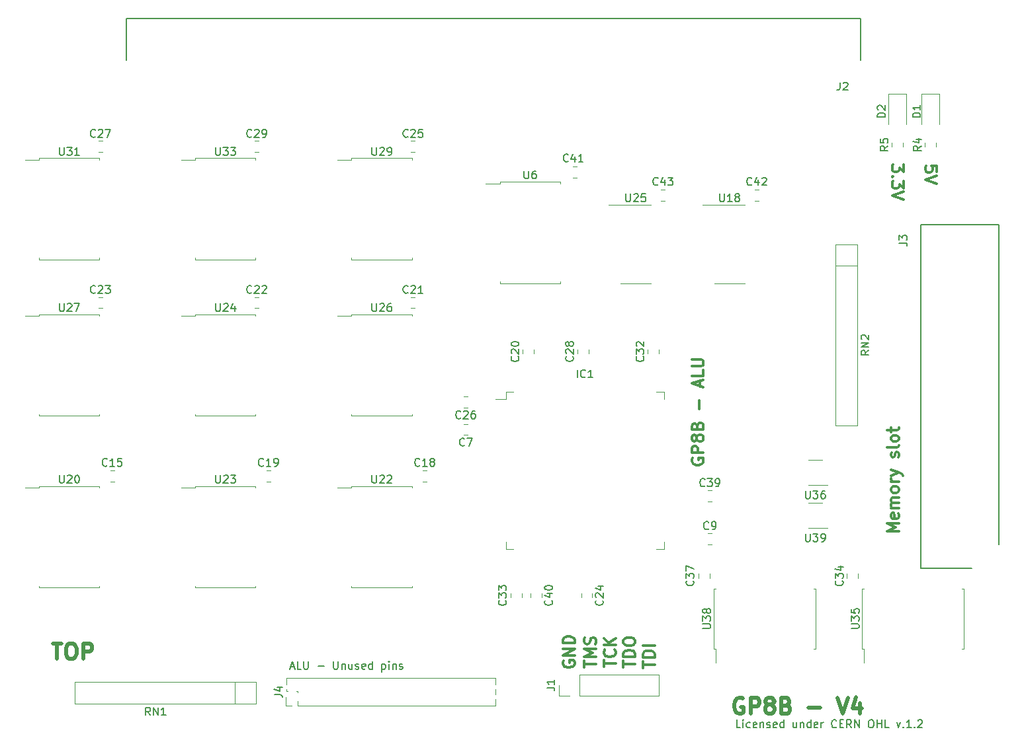
<source format=gbr>
G04 #@! TF.GenerationSoftware,KiCad,Pcbnew,(5.1.4)-1*
G04 #@! TF.CreationDate,2020-02-21T22:14:24+01:00*
G04 #@! TF.ProjectId,Project_GP8B,50726f6a-6563-4745-9f47-5038422e6b69,V4*
G04 #@! TF.SameCoordinates,PX3a2c940PY1e0a6e0*
G04 #@! TF.FileFunction,Legend,Top*
G04 #@! TF.FilePolarity,Positive*
%FSLAX46Y46*%
G04 Gerber Fmt 4.6, Leading zero omitted, Abs format (unit mm)*
G04 Created by KiCad (PCBNEW (5.1.4)-1) date 2020-02-21 22:14:24*
%MOMM*%
%LPD*%
G04 APERTURE LIST*
%ADD10C,0.150000*%
%ADD11C,0.300000*%
%ADD12C,0.500000*%
%ADD13C,0.120000*%
G04 APERTURE END LIST*
D10*
X97919047Y-90952380D02*
X97442857Y-90952380D01*
X97442857Y-89952380D01*
X98252380Y-90952380D02*
X98252380Y-90285714D01*
X98252380Y-89952380D02*
X98204761Y-90000000D01*
X98252380Y-90047619D01*
X98300000Y-90000000D01*
X98252380Y-89952380D01*
X98252380Y-90047619D01*
X99157142Y-90904761D02*
X99061904Y-90952380D01*
X98871428Y-90952380D01*
X98776190Y-90904761D01*
X98728571Y-90857142D01*
X98680952Y-90761904D01*
X98680952Y-90476190D01*
X98728571Y-90380952D01*
X98776190Y-90333333D01*
X98871428Y-90285714D01*
X99061904Y-90285714D01*
X99157142Y-90333333D01*
X99966666Y-90904761D02*
X99871428Y-90952380D01*
X99680952Y-90952380D01*
X99585714Y-90904761D01*
X99538095Y-90809523D01*
X99538095Y-90428571D01*
X99585714Y-90333333D01*
X99680952Y-90285714D01*
X99871428Y-90285714D01*
X99966666Y-90333333D01*
X100014285Y-90428571D01*
X100014285Y-90523809D01*
X99538095Y-90619047D01*
X100442857Y-90285714D02*
X100442857Y-90952380D01*
X100442857Y-90380952D02*
X100490476Y-90333333D01*
X100585714Y-90285714D01*
X100728571Y-90285714D01*
X100823809Y-90333333D01*
X100871428Y-90428571D01*
X100871428Y-90952380D01*
X101300000Y-90904761D02*
X101395238Y-90952380D01*
X101585714Y-90952380D01*
X101680952Y-90904761D01*
X101728571Y-90809523D01*
X101728571Y-90761904D01*
X101680952Y-90666666D01*
X101585714Y-90619047D01*
X101442857Y-90619047D01*
X101347619Y-90571428D01*
X101300000Y-90476190D01*
X101300000Y-90428571D01*
X101347619Y-90333333D01*
X101442857Y-90285714D01*
X101585714Y-90285714D01*
X101680952Y-90333333D01*
X102538095Y-90904761D02*
X102442857Y-90952380D01*
X102252380Y-90952380D01*
X102157142Y-90904761D01*
X102109523Y-90809523D01*
X102109523Y-90428571D01*
X102157142Y-90333333D01*
X102252380Y-90285714D01*
X102442857Y-90285714D01*
X102538095Y-90333333D01*
X102585714Y-90428571D01*
X102585714Y-90523809D01*
X102109523Y-90619047D01*
X103442857Y-90952380D02*
X103442857Y-89952380D01*
X103442857Y-90904761D02*
X103347619Y-90952380D01*
X103157142Y-90952380D01*
X103061904Y-90904761D01*
X103014285Y-90857142D01*
X102966666Y-90761904D01*
X102966666Y-90476190D01*
X103014285Y-90380952D01*
X103061904Y-90333333D01*
X103157142Y-90285714D01*
X103347619Y-90285714D01*
X103442857Y-90333333D01*
X105109523Y-90285714D02*
X105109523Y-90952380D01*
X104680952Y-90285714D02*
X104680952Y-90809523D01*
X104728571Y-90904761D01*
X104823809Y-90952380D01*
X104966666Y-90952380D01*
X105061904Y-90904761D01*
X105109523Y-90857142D01*
X105585714Y-90285714D02*
X105585714Y-90952380D01*
X105585714Y-90380952D02*
X105633333Y-90333333D01*
X105728571Y-90285714D01*
X105871428Y-90285714D01*
X105966666Y-90333333D01*
X106014285Y-90428571D01*
X106014285Y-90952380D01*
X106919047Y-90952380D02*
X106919047Y-89952380D01*
X106919047Y-90904761D02*
X106823809Y-90952380D01*
X106633333Y-90952380D01*
X106538095Y-90904761D01*
X106490476Y-90857142D01*
X106442857Y-90761904D01*
X106442857Y-90476190D01*
X106490476Y-90380952D01*
X106538095Y-90333333D01*
X106633333Y-90285714D01*
X106823809Y-90285714D01*
X106919047Y-90333333D01*
X107776190Y-90904761D02*
X107680952Y-90952380D01*
X107490476Y-90952380D01*
X107395238Y-90904761D01*
X107347619Y-90809523D01*
X107347619Y-90428571D01*
X107395238Y-90333333D01*
X107490476Y-90285714D01*
X107680952Y-90285714D01*
X107776190Y-90333333D01*
X107823809Y-90428571D01*
X107823809Y-90523809D01*
X107347619Y-90619047D01*
X108252380Y-90952380D02*
X108252380Y-90285714D01*
X108252380Y-90476190D02*
X108300000Y-90380952D01*
X108347619Y-90333333D01*
X108442857Y-90285714D01*
X108538095Y-90285714D01*
X110204761Y-90857142D02*
X110157142Y-90904761D01*
X110014285Y-90952380D01*
X109919047Y-90952380D01*
X109776190Y-90904761D01*
X109680952Y-90809523D01*
X109633333Y-90714285D01*
X109585714Y-90523809D01*
X109585714Y-90380952D01*
X109633333Y-90190476D01*
X109680952Y-90095238D01*
X109776190Y-90000000D01*
X109919047Y-89952380D01*
X110014285Y-89952380D01*
X110157142Y-90000000D01*
X110204761Y-90047619D01*
X110633333Y-90428571D02*
X110966666Y-90428571D01*
X111109523Y-90952380D02*
X110633333Y-90952380D01*
X110633333Y-89952380D01*
X111109523Y-89952380D01*
X112109523Y-90952380D02*
X111776190Y-90476190D01*
X111538095Y-90952380D02*
X111538095Y-89952380D01*
X111919047Y-89952380D01*
X112014285Y-90000000D01*
X112061904Y-90047619D01*
X112109523Y-90142857D01*
X112109523Y-90285714D01*
X112061904Y-90380952D01*
X112014285Y-90428571D01*
X111919047Y-90476190D01*
X111538095Y-90476190D01*
X112538095Y-90952380D02*
X112538095Y-89952380D01*
X113109523Y-90952380D01*
X113109523Y-89952380D01*
X114538095Y-89952380D02*
X114728571Y-89952380D01*
X114823809Y-90000000D01*
X114919047Y-90095238D01*
X114966666Y-90285714D01*
X114966666Y-90619047D01*
X114919047Y-90809523D01*
X114823809Y-90904761D01*
X114728571Y-90952380D01*
X114538095Y-90952380D01*
X114442857Y-90904761D01*
X114347619Y-90809523D01*
X114300000Y-90619047D01*
X114300000Y-90285714D01*
X114347619Y-90095238D01*
X114442857Y-90000000D01*
X114538095Y-89952380D01*
X115395238Y-90952380D02*
X115395238Y-89952380D01*
X115395238Y-90428571D02*
X115966666Y-90428571D01*
X115966666Y-90952380D02*
X115966666Y-89952380D01*
X116919047Y-90952380D02*
X116442857Y-90952380D01*
X116442857Y-89952380D01*
X117919047Y-90285714D02*
X118157142Y-90952380D01*
X118395238Y-90285714D01*
X118776190Y-90857142D02*
X118823809Y-90904761D01*
X118776190Y-90952380D01*
X118728571Y-90904761D01*
X118776190Y-90857142D01*
X118776190Y-90952380D01*
X119776190Y-90952380D02*
X119204761Y-90952380D01*
X119490476Y-90952380D02*
X119490476Y-89952380D01*
X119395238Y-90095238D01*
X119300000Y-90190476D01*
X119204761Y-90238095D01*
X120204761Y-90857142D02*
X120252380Y-90904761D01*
X120204761Y-90952380D01*
X120157142Y-90904761D01*
X120204761Y-90857142D01*
X120204761Y-90952380D01*
X120633333Y-90047619D02*
X120680952Y-90000000D01*
X120776190Y-89952380D01*
X121014285Y-89952380D01*
X121109523Y-90000000D01*
X121157142Y-90047619D01*
X121204761Y-90142857D01*
X121204761Y-90238095D01*
X121157142Y-90380952D01*
X120585714Y-90952380D01*
X121204761Y-90952380D01*
X40309523Y-83166666D02*
X40785714Y-83166666D01*
X40214285Y-83452380D02*
X40547619Y-82452380D01*
X40880952Y-83452380D01*
X41690476Y-83452380D02*
X41214285Y-83452380D01*
X41214285Y-82452380D01*
X42023809Y-82452380D02*
X42023809Y-83261904D01*
X42071428Y-83357142D01*
X42119047Y-83404761D01*
X42214285Y-83452380D01*
X42404761Y-83452380D01*
X42500000Y-83404761D01*
X42547619Y-83357142D01*
X42595238Y-83261904D01*
X42595238Y-82452380D01*
X43833333Y-83071428D02*
X44595238Y-83071428D01*
X45833333Y-82452380D02*
X45833333Y-83261904D01*
X45880952Y-83357142D01*
X45928571Y-83404761D01*
X46023809Y-83452380D01*
X46214285Y-83452380D01*
X46309523Y-83404761D01*
X46357142Y-83357142D01*
X46404761Y-83261904D01*
X46404761Y-82452380D01*
X46880952Y-82785714D02*
X46880952Y-83452380D01*
X46880952Y-82880952D02*
X46928571Y-82833333D01*
X47023809Y-82785714D01*
X47166666Y-82785714D01*
X47261904Y-82833333D01*
X47309523Y-82928571D01*
X47309523Y-83452380D01*
X48214285Y-82785714D02*
X48214285Y-83452380D01*
X47785714Y-82785714D02*
X47785714Y-83309523D01*
X47833333Y-83404761D01*
X47928571Y-83452380D01*
X48071428Y-83452380D01*
X48166666Y-83404761D01*
X48214285Y-83357142D01*
X48642857Y-83404761D02*
X48738095Y-83452380D01*
X48928571Y-83452380D01*
X49023809Y-83404761D01*
X49071428Y-83309523D01*
X49071428Y-83261904D01*
X49023809Y-83166666D01*
X48928571Y-83119047D01*
X48785714Y-83119047D01*
X48690476Y-83071428D01*
X48642857Y-82976190D01*
X48642857Y-82928571D01*
X48690476Y-82833333D01*
X48785714Y-82785714D01*
X48928571Y-82785714D01*
X49023809Y-82833333D01*
X49880952Y-83404761D02*
X49785714Y-83452380D01*
X49595238Y-83452380D01*
X49500000Y-83404761D01*
X49452380Y-83309523D01*
X49452380Y-82928571D01*
X49500000Y-82833333D01*
X49595238Y-82785714D01*
X49785714Y-82785714D01*
X49880952Y-82833333D01*
X49928571Y-82928571D01*
X49928571Y-83023809D01*
X49452380Y-83119047D01*
X50785714Y-83452380D02*
X50785714Y-82452380D01*
X50785714Y-83404761D02*
X50690476Y-83452380D01*
X50499999Y-83452380D01*
X50404761Y-83404761D01*
X50357142Y-83357142D01*
X50309523Y-83261904D01*
X50309523Y-82976190D01*
X50357142Y-82880952D01*
X50404761Y-82833333D01*
X50499999Y-82785714D01*
X50690476Y-82785714D01*
X50785714Y-82833333D01*
X52023809Y-82785714D02*
X52023809Y-83785714D01*
X52023809Y-82833333D02*
X52119047Y-82785714D01*
X52309523Y-82785714D01*
X52404761Y-82833333D01*
X52452380Y-82880952D01*
X52499999Y-82976190D01*
X52499999Y-83261904D01*
X52452380Y-83357142D01*
X52404761Y-83404761D01*
X52309523Y-83452380D01*
X52119047Y-83452380D01*
X52023809Y-83404761D01*
X52928571Y-83452380D02*
X52928571Y-82785714D01*
X52928571Y-82452380D02*
X52880952Y-82500000D01*
X52928571Y-82547619D01*
X52976190Y-82500000D01*
X52928571Y-82452380D01*
X52928571Y-82547619D01*
X53404761Y-82785714D02*
X53404761Y-83452380D01*
X53404761Y-82880952D02*
X53452380Y-82833333D01*
X53547619Y-82785714D01*
X53690476Y-82785714D01*
X53785714Y-82833333D01*
X53833333Y-82928571D01*
X53833333Y-83452380D01*
X54261904Y-83404761D02*
X54357142Y-83452380D01*
X54547619Y-83452380D01*
X54642857Y-83404761D01*
X54690476Y-83309523D01*
X54690476Y-83261904D01*
X54642857Y-83166666D01*
X54547619Y-83119047D01*
X54404761Y-83119047D01*
X54309523Y-83071428D01*
X54261904Y-82976190D01*
X54261904Y-82928571D01*
X54309523Y-82833333D01*
X54404761Y-82785714D01*
X54547619Y-82785714D01*
X54642857Y-82833333D01*
D11*
X85428571Y-83285714D02*
X85428571Y-82428571D01*
X86928571Y-82857142D02*
X85428571Y-82857142D01*
X86928571Y-81928571D02*
X85428571Y-81928571D01*
X85428571Y-81571428D01*
X85500000Y-81357142D01*
X85642857Y-81214285D01*
X85785714Y-81142857D01*
X86071428Y-81071428D01*
X86285714Y-81071428D01*
X86571428Y-81142857D01*
X86714285Y-81214285D01*
X86857142Y-81357142D01*
X86928571Y-81571428D01*
X86928571Y-81928571D01*
X86928571Y-80428571D02*
X85428571Y-80428571D01*
X82928571Y-83214285D02*
X82928571Y-82357142D01*
X84428571Y-82785714D02*
X82928571Y-82785714D01*
X84428571Y-81857142D02*
X82928571Y-81857142D01*
X82928571Y-81500000D01*
X83000000Y-81285714D01*
X83142857Y-81142857D01*
X83285714Y-81071428D01*
X83571428Y-81000000D01*
X83785714Y-81000000D01*
X84071428Y-81071428D01*
X84214285Y-81142857D01*
X84357142Y-81285714D01*
X84428571Y-81500000D01*
X84428571Y-81857142D01*
X82928571Y-80071428D02*
X82928571Y-79785714D01*
X83000000Y-79642857D01*
X83142857Y-79500000D01*
X83428571Y-79428571D01*
X83928571Y-79428571D01*
X84214285Y-79500000D01*
X84357142Y-79642857D01*
X84428571Y-79785714D01*
X84428571Y-80071428D01*
X84357142Y-80214285D01*
X84214285Y-80357142D01*
X83928571Y-80428571D01*
X83428571Y-80428571D01*
X83142857Y-80357142D01*
X83000000Y-80214285D01*
X82928571Y-80071428D01*
X80428571Y-83178571D02*
X80428571Y-82321428D01*
X81928571Y-82750000D02*
X80428571Y-82750000D01*
X81785714Y-80964285D02*
X81857142Y-81035714D01*
X81928571Y-81250000D01*
X81928571Y-81392857D01*
X81857142Y-81607142D01*
X81714285Y-81750000D01*
X81571428Y-81821428D01*
X81285714Y-81892857D01*
X81071428Y-81892857D01*
X80785714Y-81821428D01*
X80642857Y-81750000D01*
X80500000Y-81607142D01*
X80428571Y-81392857D01*
X80428571Y-81250000D01*
X80500000Y-81035714D01*
X80571428Y-80964285D01*
X81928571Y-80321428D02*
X80428571Y-80321428D01*
X81928571Y-79464285D02*
X81071428Y-80107142D01*
X80428571Y-79464285D02*
X81285714Y-80321428D01*
X77928571Y-83250000D02*
X77928571Y-82392857D01*
X79428571Y-82821428D02*
X77928571Y-82821428D01*
X79428571Y-81892857D02*
X77928571Y-81892857D01*
X79000000Y-81392857D01*
X77928571Y-80892857D01*
X79428571Y-80892857D01*
X79357142Y-80250000D02*
X79428571Y-80035714D01*
X79428571Y-79678571D01*
X79357142Y-79535714D01*
X79285714Y-79464285D01*
X79142857Y-79392857D01*
X79000000Y-79392857D01*
X78857142Y-79464285D01*
X78785714Y-79535714D01*
X78714285Y-79678571D01*
X78642857Y-79964285D01*
X78571428Y-80107142D01*
X78500000Y-80178571D01*
X78357142Y-80250000D01*
X78214285Y-80250000D01*
X78071428Y-80178571D01*
X78000000Y-80107142D01*
X77928571Y-79964285D01*
X77928571Y-79607142D01*
X78000000Y-79392857D01*
X75250000Y-82392857D02*
X75178571Y-82535714D01*
X75178571Y-82750000D01*
X75250000Y-82964285D01*
X75392857Y-83107142D01*
X75535714Y-83178571D01*
X75821428Y-83250000D01*
X76035714Y-83250000D01*
X76321428Y-83178571D01*
X76464285Y-83107142D01*
X76607142Y-82964285D01*
X76678571Y-82750000D01*
X76678571Y-82607142D01*
X76607142Y-82392857D01*
X76535714Y-82321428D01*
X76035714Y-82321428D01*
X76035714Y-82607142D01*
X76678571Y-81678571D02*
X75178571Y-81678571D01*
X76678571Y-80821428D01*
X75178571Y-80821428D01*
X76678571Y-80107142D02*
X75178571Y-80107142D01*
X75178571Y-79750000D01*
X75250000Y-79535714D01*
X75392857Y-79392857D01*
X75535714Y-79321428D01*
X75821428Y-79250000D01*
X76035714Y-79250000D01*
X76321428Y-79321428D01*
X76464285Y-79392857D01*
X76607142Y-79535714D01*
X76678571Y-79750000D01*
X76678571Y-80107142D01*
X91750000Y-56428571D02*
X91678571Y-56571428D01*
X91678571Y-56785714D01*
X91750000Y-57000000D01*
X91892857Y-57142857D01*
X92035714Y-57214285D01*
X92321428Y-57285714D01*
X92535714Y-57285714D01*
X92821428Y-57214285D01*
X92964285Y-57142857D01*
X93107142Y-57000000D01*
X93178571Y-56785714D01*
X93178571Y-56642857D01*
X93107142Y-56428571D01*
X93035714Y-56357142D01*
X92535714Y-56357142D01*
X92535714Y-56642857D01*
X93178571Y-55714285D02*
X91678571Y-55714285D01*
X91678571Y-55142857D01*
X91750000Y-55000000D01*
X91821428Y-54928571D01*
X91964285Y-54857142D01*
X92178571Y-54857142D01*
X92321428Y-54928571D01*
X92392857Y-55000000D01*
X92464285Y-55142857D01*
X92464285Y-55714285D01*
X92321428Y-54000000D02*
X92250000Y-54142857D01*
X92178571Y-54214285D01*
X92035714Y-54285714D01*
X91964285Y-54285714D01*
X91821428Y-54214285D01*
X91750000Y-54142857D01*
X91678571Y-54000000D01*
X91678571Y-53714285D01*
X91750000Y-53571428D01*
X91821428Y-53500000D01*
X91964285Y-53428571D01*
X92035714Y-53428571D01*
X92178571Y-53500000D01*
X92250000Y-53571428D01*
X92321428Y-53714285D01*
X92321428Y-54000000D01*
X92392857Y-54142857D01*
X92464285Y-54214285D01*
X92607142Y-54285714D01*
X92892857Y-54285714D01*
X93035714Y-54214285D01*
X93107142Y-54142857D01*
X93178571Y-54000000D01*
X93178571Y-53714285D01*
X93107142Y-53571428D01*
X93035714Y-53500000D01*
X92892857Y-53428571D01*
X92607142Y-53428571D01*
X92464285Y-53500000D01*
X92392857Y-53571428D01*
X92321428Y-53714285D01*
X92392857Y-52285714D02*
X92464285Y-52071428D01*
X92535714Y-52000000D01*
X92678571Y-51928571D01*
X92892857Y-51928571D01*
X93035714Y-52000000D01*
X93107142Y-52071428D01*
X93178571Y-52214285D01*
X93178571Y-52785714D01*
X91678571Y-52785714D01*
X91678571Y-52285714D01*
X91750000Y-52142857D01*
X91821428Y-52071428D01*
X91964285Y-52000000D01*
X92107142Y-52000000D01*
X92250000Y-52071428D01*
X92321428Y-52142857D01*
X92392857Y-52285714D01*
X92392857Y-52785714D01*
X92607142Y-50142857D02*
X92607142Y-49000000D01*
X92750000Y-47214285D02*
X92750000Y-46500000D01*
X93178571Y-47357142D02*
X91678571Y-46857142D01*
X93178571Y-46357142D01*
X93178571Y-45142857D02*
X93178571Y-45857142D01*
X91678571Y-45857142D01*
X91678571Y-44642857D02*
X92892857Y-44642857D01*
X93035714Y-44571428D01*
X93107142Y-44500000D01*
X93178571Y-44357142D01*
X93178571Y-44071428D01*
X93107142Y-43928571D01*
X93035714Y-43857142D01*
X92892857Y-43785714D01*
X91678571Y-43785714D01*
X123071428Y-19714285D02*
X123071428Y-19000000D01*
X122357142Y-18928571D01*
X122428571Y-19000000D01*
X122500000Y-19142857D01*
X122500000Y-19500000D01*
X122428571Y-19642857D01*
X122357142Y-19714285D01*
X122214285Y-19785714D01*
X121857142Y-19785714D01*
X121714285Y-19714285D01*
X121642857Y-19642857D01*
X121571428Y-19500000D01*
X121571428Y-19142857D01*
X121642857Y-19000000D01*
X121714285Y-18928571D01*
X123071428Y-20214285D02*
X121571428Y-20714285D01*
X123071428Y-21214285D01*
X118821428Y-18785714D02*
X118821428Y-19714285D01*
X118250000Y-19214285D01*
X118250000Y-19428571D01*
X118178571Y-19571428D01*
X118107142Y-19642857D01*
X117964285Y-19714285D01*
X117607142Y-19714285D01*
X117464285Y-19642857D01*
X117392857Y-19571428D01*
X117321428Y-19428571D01*
X117321428Y-19000000D01*
X117392857Y-18857142D01*
X117464285Y-18785714D01*
X117464285Y-20357142D02*
X117392857Y-20428571D01*
X117321428Y-20357142D01*
X117392857Y-20285714D01*
X117464285Y-20357142D01*
X117321428Y-20357142D01*
X118821428Y-20928571D02*
X118821428Y-21857142D01*
X118250000Y-21357142D01*
X118250000Y-21571428D01*
X118178571Y-21714285D01*
X118107142Y-21785714D01*
X117964285Y-21857142D01*
X117607142Y-21857142D01*
X117464285Y-21785714D01*
X117392857Y-21714285D01*
X117321428Y-21571428D01*
X117321428Y-21142857D01*
X117392857Y-21000000D01*
X117464285Y-20928571D01*
X118821428Y-22285714D02*
X117321428Y-22785714D01*
X118821428Y-23285714D01*
X118178571Y-65785714D02*
X116678571Y-65785714D01*
X117750000Y-65285714D01*
X116678571Y-64785714D01*
X118178571Y-64785714D01*
X118107142Y-63500000D02*
X118178571Y-63642857D01*
X118178571Y-63928571D01*
X118107142Y-64071428D01*
X117964285Y-64142857D01*
X117392857Y-64142857D01*
X117250000Y-64071428D01*
X117178571Y-63928571D01*
X117178571Y-63642857D01*
X117250000Y-63500000D01*
X117392857Y-63428571D01*
X117535714Y-63428571D01*
X117678571Y-64142857D01*
X118178571Y-62785714D02*
X117178571Y-62785714D01*
X117321428Y-62785714D02*
X117250000Y-62714285D01*
X117178571Y-62571428D01*
X117178571Y-62357142D01*
X117250000Y-62214285D01*
X117392857Y-62142857D01*
X118178571Y-62142857D01*
X117392857Y-62142857D02*
X117250000Y-62071428D01*
X117178571Y-61928571D01*
X117178571Y-61714285D01*
X117250000Y-61571428D01*
X117392857Y-61500000D01*
X118178571Y-61500000D01*
X118178571Y-60571428D02*
X118107142Y-60714285D01*
X118035714Y-60785714D01*
X117892857Y-60857142D01*
X117464285Y-60857142D01*
X117321428Y-60785714D01*
X117250000Y-60714285D01*
X117178571Y-60571428D01*
X117178571Y-60357142D01*
X117250000Y-60214285D01*
X117321428Y-60142857D01*
X117464285Y-60071428D01*
X117892857Y-60071428D01*
X118035714Y-60142857D01*
X118107142Y-60214285D01*
X118178571Y-60357142D01*
X118178571Y-60571428D01*
X118178571Y-59428571D02*
X117178571Y-59428571D01*
X117464285Y-59428571D02*
X117321428Y-59357142D01*
X117250000Y-59285714D01*
X117178571Y-59142857D01*
X117178571Y-59000000D01*
X117178571Y-58642857D02*
X118178571Y-58285714D01*
X117178571Y-57928571D02*
X118178571Y-58285714D01*
X118535714Y-58428571D01*
X118607142Y-58500000D01*
X118678571Y-58642857D01*
X118107142Y-56285714D02*
X118178571Y-56142857D01*
X118178571Y-55857142D01*
X118107142Y-55714285D01*
X117964285Y-55642857D01*
X117892857Y-55642857D01*
X117750000Y-55714285D01*
X117678571Y-55857142D01*
X117678571Y-56071428D01*
X117607142Y-56214285D01*
X117464285Y-56285714D01*
X117392857Y-56285714D01*
X117250000Y-56214285D01*
X117178571Y-56071428D01*
X117178571Y-55857142D01*
X117250000Y-55714285D01*
X118178571Y-54785714D02*
X118107142Y-54928571D01*
X117964285Y-55000000D01*
X116678571Y-55000000D01*
X118178571Y-54000000D02*
X118107142Y-54142857D01*
X118035714Y-54214285D01*
X117892857Y-54285714D01*
X117464285Y-54285714D01*
X117321428Y-54214285D01*
X117250000Y-54142857D01*
X117178571Y-54000000D01*
X117178571Y-53785714D01*
X117250000Y-53642857D01*
X117321428Y-53571428D01*
X117464285Y-53500000D01*
X117892857Y-53500000D01*
X118035714Y-53571428D01*
X118107142Y-53642857D01*
X118178571Y-53785714D01*
X118178571Y-54000000D01*
X117178571Y-53071428D02*
X117178571Y-52500000D01*
X116678571Y-52857142D02*
X117964285Y-52857142D01*
X118107142Y-52785714D01*
X118178571Y-52642857D01*
X118178571Y-52500000D01*
D12*
X9880952Y-80154761D02*
X11023809Y-80154761D01*
X10452380Y-82154761D02*
X10452380Y-80154761D01*
X12071428Y-80154761D02*
X12452380Y-80154761D01*
X12642857Y-80250000D01*
X12833333Y-80440476D01*
X12928571Y-80821428D01*
X12928571Y-81488095D01*
X12833333Y-81869047D01*
X12642857Y-82059523D01*
X12452380Y-82154761D01*
X12071428Y-82154761D01*
X11880952Y-82059523D01*
X11690476Y-81869047D01*
X11595238Y-81488095D01*
X11595238Y-80821428D01*
X11690476Y-80440476D01*
X11880952Y-80250000D01*
X12071428Y-80154761D01*
X13785714Y-82154761D02*
X13785714Y-80154761D01*
X14547619Y-80154761D01*
X14738095Y-80250000D01*
X14833333Y-80345238D01*
X14928571Y-80535714D01*
X14928571Y-80821428D01*
X14833333Y-81011904D01*
X14738095Y-81107142D01*
X14547619Y-81202380D01*
X13785714Y-81202380D01*
X98250000Y-87250000D02*
X98059523Y-87154761D01*
X97773809Y-87154761D01*
X97488095Y-87250000D01*
X97297619Y-87440476D01*
X97202380Y-87630952D01*
X97107142Y-88011904D01*
X97107142Y-88297619D01*
X97202380Y-88678571D01*
X97297619Y-88869047D01*
X97488095Y-89059523D01*
X97773809Y-89154761D01*
X97964285Y-89154761D01*
X98250000Y-89059523D01*
X98345238Y-88964285D01*
X98345238Y-88297619D01*
X97964285Y-88297619D01*
X99202380Y-89154761D02*
X99202380Y-87154761D01*
X99964285Y-87154761D01*
X100154761Y-87250000D01*
X100250000Y-87345238D01*
X100345238Y-87535714D01*
X100345238Y-87821428D01*
X100250000Y-88011904D01*
X100154761Y-88107142D01*
X99964285Y-88202380D01*
X99202380Y-88202380D01*
X101488095Y-88011904D02*
X101297619Y-87916666D01*
X101202380Y-87821428D01*
X101107142Y-87630952D01*
X101107142Y-87535714D01*
X101202380Y-87345238D01*
X101297619Y-87250000D01*
X101488095Y-87154761D01*
X101869047Y-87154761D01*
X102059523Y-87250000D01*
X102154761Y-87345238D01*
X102250000Y-87535714D01*
X102250000Y-87630952D01*
X102154761Y-87821428D01*
X102059523Y-87916666D01*
X101869047Y-88011904D01*
X101488095Y-88011904D01*
X101297619Y-88107142D01*
X101202380Y-88202380D01*
X101107142Y-88392857D01*
X101107142Y-88773809D01*
X101202380Y-88964285D01*
X101297619Y-89059523D01*
X101488095Y-89154761D01*
X101869047Y-89154761D01*
X102059523Y-89059523D01*
X102154761Y-88964285D01*
X102250000Y-88773809D01*
X102250000Y-88392857D01*
X102154761Y-88202380D01*
X102059523Y-88107142D01*
X101869047Y-88011904D01*
X103773809Y-88107142D02*
X104059523Y-88202380D01*
X104154761Y-88297619D01*
X104250000Y-88488095D01*
X104250000Y-88773809D01*
X104154761Y-88964285D01*
X104059523Y-89059523D01*
X103869047Y-89154761D01*
X103107142Y-89154761D01*
X103107142Y-87154761D01*
X103773809Y-87154761D01*
X103964285Y-87250000D01*
X104059523Y-87345238D01*
X104154761Y-87535714D01*
X104154761Y-87726190D01*
X104059523Y-87916666D01*
X103964285Y-88011904D01*
X103773809Y-88107142D01*
X103107142Y-88107142D01*
X106630952Y-88392857D02*
X108154761Y-88392857D01*
X110345238Y-87154761D02*
X111011904Y-89154761D01*
X111678571Y-87154761D01*
X113202380Y-87821428D02*
X113202380Y-89154761D01*
X112726190Y-87059523D02*
X112250000Y-88488095D01*
X113488095Y-88488095D01*
D10*
X26900000Y-50000D02*
X105640000Y-50000D01*
X105640000Y-50000D02*
X110720000Y-50000D01*
X21820000Y-50000D02*
X26900000Y-50000D01*
X113270000Y-50000D02*
X113270000Y-5420000D01*
X110720000Y-50000D02*
X113270000Y-50000D01*
X19280000Y-50000D02*
X21830000Y-50000D01*
X19280000Y-50000D02*
X19280000Y-5420000D01*
X131000000Y-28500000D02*
X131000000Y-67500000D01*
X121000000Y-26500000D02*
X121000000Y-28500000D01*
X131000000Y-26500000D02*
X121000000Y-26500000D01*
X131000000Y-28500000D02*
X131000000Y-26500000D01*
X121000000Y-70500000D02*
X121000000Y-68500000D01*
X127500000Y-70500000D02*
X121000000Y-70500000D01*
X121000000Y-68500000D02*
X121000000Y-65500000D01*
X121000000Y-65500000D02*
X121000000Y-28500000D01*
D13*
X63008578Y-53460000D02*
X62491422Y-53460000D01*
X63008578Y-52040000D02*
X62491422Y-52040000D01*
X93741422Y-67460000D02*
X94258578Y-67460000D01*
X93741422Y-66040000D02*
X94258578Y-66040000D01*
X17758578Y-59460000D02*
X17241422Y-59460000D01*
X17758578Y-58040000D02*
X17241422Y-58040000D01*
X57758578Y-58040000D02*
X57241422Y-58040000D01*
X57758578Y-59460000D02*
X57241422Y-59460000D01*
X37758578Y-58040000D02*
X37241422Y-58040000D01*
X37758578Y-59460000D02*
X37241422Y-59460000D01*
X70040000Y-43008578D02*
X70040000Y-42491422D01*
X71460000Y-43008578D02*
X71460000Y-42491422D01*
X55741422Y-35790000D02*
X56258578Y-35790000D01*
X55741422Y-37210000D02*
X56258578Y-37210000D01*
X35741422Y-35790000D02*
X36258578Y-35790000D01*
X35741422Y-37210000D02*
X36258578Y-37210000D01*
X15741422Y-37210000D02*
X16258578Y-37210000D01*
X15741422Y-35790000D02*
X16258578Y-35790000D01*
X78960000Y-73741422D02*
X78960000Y-74258578D01*
X77540000Y-73741422D02*
X77540000Y-74258578D01*
X55741422Y-17210000D02*
X56258578Y-17210000D01*
X55741422Y-15790000D02*
X56258578Y-15790000D01*
X63008578Y-49960000D02*
X62491422Y-49960000D01*
X63008578Y-48540000D02*
X62491422Y-48540000D01*
X15741422Y-15790000D02*
X16258578Y-15790000D01*
X15741422Y-17210000D02*
X16258578Y-17210000D01*
X78460000Y-43008578D02*
X78460000Y-42491422D01*
X77040000Y-43008578D02*
X77040000Y-42491422D01*
X35741422Y-17210000D02*
X36258578Y-17210000D01*
X35741422Y-15790000D02*
X36258578Y-15790000D01*
X86040000Y-43008578D02*
X86040000Y-42491422D01*
X87460000Y-43008578D02*
X87460000Y-42491422D01*
X69960000Y-73741422D02*
X69960000Y-74258578D01*
X68540000Y-73741422D02*
X68540000Y-74258578D01*
X111540000Y-71758578D02*
X111540000Y-71241422D01*
X112960000Y-71758578D02*
X112960000Y-71241422D01*
X92540000Y-71241422D02*
X92540000Y-71758578D01*
X93960000Y-71241422D02*
X93960000Y-71758578D01*
X93741422Y-61960000D02*
X94258578Y-61960000D01*
X93741422Y-60540000D02*
X94258578Y-60540000D01*
X71040000Y-73741422D02*
X71040000Y-74258578D01*
X72460000Y-73741422D02*
X72460000Y-74258578D01*
X77008578Y-19040000D02*
X76491422Y-19040000D01*
X77008578Y-20460000D02*
X76491422Y-20460000D01*
X100258578Y-22040000D02*
X99741422Y-22040000D01*
X100258578Y-23460000D02*
X99741422Y-23460000D01*
X88258578Y-23460000D02*
X87741422Y-23460000D01*
X88258578Y-22040000D02*
X87741422Y-22040000D01*
X121115000Y-9715000D02*
X121115000Y-13600000D01*
X123385000Y-9715000D02*
X121115000Y-9715000D01*
X123385000Y-13600000D02*
X123385000Y-9715000D01*
X119135000Y-13600000D02*
X119135000Y-9715000D01*
X119135000Y-9715000D02*
X116865000Y-9715000D01*
X116865000Y-9715000D02*
X116865000Y-13600000D01*
X68840000Y-47890000D02*
X67890000Y-47890000D01*
X67890000Y-47890000D02*
X67890000Y-48840000D01*
X87160000Y-47890000D02*
X88110000Y-47890000D01*
X88110000Y-47890000D02*
X88110000Y-48840000D01*
X68840000Y-68110000D02*
X67890000Y-68110000D01*
X67890000Y-68110000D02*
X67890000Y-67160000D01*
X87160000Y-68110000D02*
X88110000Y-68110000D01*
X88110000Y-68110000D02*
X88110000Y-67160000D01*
X67890000Y-48840000D02*
X66600000Y-48840000D01*
X87490000Y-86830000D02*
X87490000Y-84170000D01*
X77270000Y-86830000D02*
X87490000Y-86830000D01*
X77270000Y-84170000D02*
X87490000Y-84170000D01*
X77270000Y-86830000D02*
X77270000Y-84170000D01*
X76000000Y-86830000D02*
X74670000Y-86830000D01*
X74670000Y-86830000D02*
X74670000Y-85500000D01*
X122960000Y-16508578D02*
X122960000Y-15991422D01*
X121540000Y-16508578D02*
X121540000Y-15991422D01*
X117290000Y-16508578D02*
X117290000Y-15991422D01*
X118710000Y-16508578D02*
X118710000Y-15991422D01*
X35940000Y-87900000D02*
X35940000Y-85100000D01*
X35940000Y-85100000D02*
X12740000Y-85100000D01*
X12740000Y-85100000D02*
X12740000Y-87900000D01*
X12740000Y-87900000D02*
X35940000Y-87900000D01*
X33230000Y-87900000D02*
X33230000Y-85100000D01*
X112900000Y-31770000D02*
X110100000Y-31770000D01*
X112900000Y-52260000D02*
X112900000Y-29060000D01*
X110100000Y-52260000D02*
X112900000Y-52260000D01*
X110100000Y-29060000D02*
X110100000Y-52260000D01*
X112900000Y-29060000D02*
X110100000Y-29060000D01*
X67140000Y-21225000D02*
X65325000Y-21225000D01*
X67140000Y-20990000D02*
X67140000Y-21225000D01*
X71000000Y-20990000D02*
X67140000Y-20990000D01*
X74860000Y-20990000D02*
X74860000Y-21225000D01*
X71000000Y-20990000D02*
X74860000Y-20990000D01*
X67140000Y-34010000D02*
X67140000Y-33775000D01*
X71000000Y-34010000D02*
X67140000Y-34010000D01*
X74860000Y-34010000D02*
X74860000Y-33775000D01*
X71000000Y-34010000D02*
X74860000Y-34010000D01*
X96500000Y-34060000D02*
X98450000Y-34060000D01*
X96500000Y-34060000D02*
X94550000Y-34060000D01*
X96500000Y-23940000D02*
X98450000Y-23940000D01*
X96500000Y-23940000D02*
X93050000Y-23940000D01*
X32000000Y-51010000D02*
X35860000Y-51010000D01*
X35860000Y-51010000D02*
X35860000Y-50775000D01*
X32000000Y-51010000D02*
X28140000Y-51010000D01*
X28140000Y-51010000D02*
X28140000Y-50775000D01*
X32000000Y-37990000D02*
X35860000Y-37990000D01*
X35860000Y-37990000D02*
X35860000Y-38225000D01*
X32000000Y-37990000D02*
X28140000Y-37990000D01*
X28140000Y-37990000D02*
X28140000Y-38225000D01*
X28140000Y-38225000D02*
X26325000Y-38225000D01*
X84500000Y-23940000D02*
X81050000Y-23940000D01*
X84500000Y-23940000D02*
X86450000Y-23940000D01*
X84500000Y-34060000D02*
X82550000Y-34060000D01*
X84500000Y-34060000D02*
X86450000Y-34060000D01*
X48140000Y-38225000D02*
X46325000Y-38225000D01*
X48140000Y-37990000D02*
X48140000Y-38225000D01*
X52000000Y-37990000D02*
X48140000Y-37990000D01*
X55860000Y-37990000D02*
X55860000Y-38225000D01*
X52000000Y-37990000D02*
X55860000Y-37990000D01*
X48140000Y-51010000D02*
X48140000Y-50775000D01*
X52000000Y-51010000D02*
X48140000Y-51010000D01*
X55860000Y-51010000D02*
X55860000Y-50775000D01*
X52000000Y-51010000D02*
X55860000Y-51010000D01*
X8140000Y-38225000D02*
X6325000Y-38225000D01*
X8140000Y-37990000D02*
X8140000Y-38225000D01*
X12000000Y-37990000D02*
X8140000Y-37990000D01*
X15860000Y-37990000D02*
X15860000Y-38225000D01*
X12000000Y-37990000D02*
X15860000Y-37990000D01*
X8140000Y-51010000D02*
X8140000Y-50775000D01*
X12000000Y-51010000D02*
X8140000Y-51010000D01*
X15860000Y-51010000D02*
X15860000Y-50775000D01*
X12000000Y-51010000D02*
X15860000Y-51010000D01*
X52000000Y-31010000D02*
X55860000Y-31010000D01*
X55860000Y-31010000D02*
X55860000Y-30775000D01*
X52000000Y-31010000D02*
X48140000Y-31010000D01*
X48140000Y-31010000D02*
X48140000Y-30775000D01*
X52000000Y-17990000D02*
X55860000Y-17990000D01*
X55860000Y-17990000D02*
X55860000Y-18225000D01*
X52000000Y-17990000D02*
X48140000Y-17990000D01*
X48140000Y-17990000D02*
X48140000Y-18225000D01*
X48140000Y-18225000D02*
X46325000Y-18225000D01*
X8140000Y-18225000D02*
X6325000Y-18225000D01*
X8140000Y-17990000D02*
X8140000Y-18225000D01*
X12000000Y-17990000D02*
X8140000Y-17990000D01*
X15860000Y-17990000D02*
X15860000Y-18225000D01*
X12000000Y-17990000D02*
X15860000Y-17990000D01*
X8140000Y-31010000D02*
X8140000Y-30775000D01*
X12000000Y-31010000D02*
X8140000Y-31010000D01*
X15860000Y-31010000D02*
X15860000Y-30775000D01*
X12000000Y-31010000D02*
X15860000Y-31010000D01*
X32000000Y-31010000D02*
X35860000Y-31010000D01*
X35860000Y-31010000D02*
X35860000Y-30775000D01*
X32000000Y-31010000D02*
X28140000Y-31010000D01*
X28140000Y-31010000D02*
X28140000Y-30775000D01*
X32000000Y-17990000D02*
X35860000Y-17990000D01*
X35860000Y-17990000D02*
X35860000Y-18225000D01*
X32000000Y-17990000D02*
X28140000Y-17990000D01*
X28140000Y-17990000D02*
X28140000Y-18225000D01*
X28140000Y-18225000D02*
X26325000Y-18225000D01*
X126510000Y-77000000D02*
X126510000Y-73140000D01*
X126510000Y-73140000D02*
X126275000Y-73140000D01*
X126510000Y-77000000D02*
X126510000Y-80860000D01*
X126510000Y-80860000D02*
X126275000Y-80860000D01*
X113490000Y-77000000D02*
X113490000Y-73140000D01*
X113490000Y-73140000D02*
X113725000Y-73140000D01*
X113490000Y-77000000D02*
X113490000Y-80860000D01*
X113490000Y-80860000D02*
X113725000Y-80860000D01*
X113725000Y-80860000D02*
X113725000Y-82675000D01*
X108400000Y-56640000D02*
X106600000Y-56640000D01*
X106600000Y-59860000D02*
X109050000Y-59860000D01*
X94725000Y-80860000D02*
X94725000Y-82675000D01*
X94490000Y-80860000D02*
X94725000Y-80860000D01*
X94490000Y-77000000D02*
X94490000Y-80860000D01*
X94490000Y-73140000D02*
X94725000Y-73140000D01*
X94490000Y-77000000D02*
X94490000Y-73140000D01*
X107510000Y-80860000D02*
X107275000Y-80860000D01*
X107510000Y-77000000D02*
X107510000Y-80860000D01*
X107510000Y-73140000D02*
X107275000Y-73140000D01*
X107510000Y-77000000D02*
X107510000Y-73140000D01*
X106600000Y-65360000D02*
X109050000Y-65360000D01*
X108400000Y-62140000D02*
X106600000Y-62140000D01*
X8140000Y-60225000D02*
X6325000Y-60225000D01*
X8140000Y-59990000D02*
X8140000Y-60225000D01*
X12000000Y-59990000D02*
X8140000Y-59990000D01*
X15860000Y-59990000D02*
X15860000Y-60225000D01*
X12000000Y-59990000D02*
X15860000Y-59990000D01*
X8140000Y-73010000D02*
X8140000Y-72775000D01*
X12000000Y-73010000D02*
X8140000Y-73010000D01*
X15860000Y-73010000D02*
X15860000Y-72775000D01*
X12000000Y-73010000D02*
X15860000Y-73010000D01*
X52000000Y-73010000D02*
X55860000Y-73010000D01*
X55860000Y-73010000D02*
X55860000Y-72775000D01*
X52000000Y-73010000D02*
X48140000Y-73010000D01*
X48140000Y-73010000D02*
X48140000Y-72775000D01*
X52000000Y-59990000D02*
X55860000Y-59990000D01*
X55860000Y-59990000D02*
X55860000Y-60225000D01*
X52000000Y-59990000D02*
X48140000Y-59990000D01*
X48140000Y-59990000D02*
X48140000Y-60225000D01*
X48140000Y-60225000D02*
X46325000Y-60225000D01*
X32000000Y-73010000D02*
X35860000Y-73010000D01*
X35860000Y-73010000D02*
X35860000Y-72775000D01*
X32000000Y-73010000D02*
X28140000Y-73010000D01*
X28140000Y-73010000D02*
X28140000Y-72775000D01*
X32000000Y-59990000D02*
X35860000Y-59990000D01*
X35860000Y-59990000D02*
X35860000Y-60225000D01*
X32000000Y-59990000D02*
X28140000Y-59990000D01*
X28140000Y-59990000D02*
X28140000Y-60225000D01*
X28140000Y-60225000D02*
X26325000Y-60225000D01*
X66595000Y-88130000D02*
X66595000Y-87307530D01*
X66595000Y-85422470D02*
X66595000Y-84600000D01*
X66595000Y-86692470D02*
X66595000Y-86037530D01*
X41260000Y-88130000D02*
X66595000Y-88130000D01*
X39805000Y-84600000D02*
X66595000Y-84600000D01*
X41260000Y-88130000D02*
X41260000Y-87563471D01*
X41260000Y-86436529D02*
X41260000Y-86293471D01*
X41206529Y-86240000D02*
X41063471Y-86240000D01*
X39936529Y-86240000D02*
X39805000Y-86240000D01*
X39805000Y-86240000D02*
X39805000Y-86037530D01*
X39805000Y-85422470D02*
X39805000Y-84600000D01*
X40500000Y-88130000D02*
X39740000Y-88130000D01*
X39740000Y-88130000D02*
X39740000Y-87000000D01*
D10*
X110646666Y-8272380D02*
X110646666Y-8986666D01*
X110599047Y-9129523D01*
X110503809Y-9224761D01*
X110360952Y-9272380D01*
X110265714Y-9272380D01*
X111075238Y-8367619D02*
X111122857Y-8320000D01*
X111218095Y-8272380D01*
X111456190Y-8272380D01*
X111551428Y-8320000D01*
X111599047Y-8367619D01*
X111646666Y-8462857D01*
X111646666Y-8558095D01*
X111599047Y-8700952D01*
X111027619Y-9272380D01*
X111646666Y-9272380D01*
X118242380Y-28853333D02*
X118956666Y-28853333D01*
X119099523Y-28900952D01*
X119194761Y-28996190D01*
X119242380Y-29139047D01*
X119242380Y-29234285D01*
X118242380Y-28472380D02*
X118242380Y-27853333D01*
X118623333Y-28186666D01*
X118623333Y-28043809D01*
X118670952Y-27948571D01*
X118718571Y-27900952D01*
X118813809Y-27853333D01*
X119051904Y-27853333D01*
X119147142Y-27900952D01*
X119194761Y-27948571D01*
X119242380Y-28043809D01*
X119242380Y-28329523D01*
X119194761Y-28424761D01*
X119147142Y-28472380D01*
X62583333Y-54757142D02*
X62535714Y-54804761D01*
X62392857Y-54852380D01*
X62297619Y-54852380D01*
X62154761Y-54804761D01*
X62059523Y-54709523D01*
X62011904Y-54614285D01*
X61964285Y-54423809D01*
X61964285Y-54280952D01*
X62011904Y-54090476D01*
X62059523Y-53995238D01*
X62154761Y-53900000D01*
X62297619Y-53852380D01*
X62392857Y-53852380D01*
X62535714Y-53900000D01*
X62583333Y-53947619D01*
X62916666Y-53852380D02*
X63583333Y-53852380D01*
X63154761Y-54852380D01*
X93833333Y-65457142D02*
X93785714Y-65504761D01*
X93642857Y-65552380D01*
X93547619Y-65552380D01*
X93404761Y-65504761D01*
X93309523Y-65409523D01*
X93261904Y-65314285D01*
X93214285Y-65123809D01*
X93214285Y-64980952D01*
X93261904Y-64790476D01*
X93309523Y-64695238D01*
X93404761Y-64600000D01*
X93547619Y-64552380D01*
X93642857Y-64552380D01*
X93785714Y-64600000D01*
X93833333Y-64647619D01*
X94309523Y-65552380D02*
X94500000Y-65552380D01*
X94595238Y-65504761D01*
X94642857Y-65457142D01*
X94738095Y-65314285D01*
X94785714Y-65123809D01*
X94785714Y-64742857D01*
X94738095Y-64647619D01*
X94690476Y-64600000D01*
X94595238Y-64552380D01*
X94404761Y-64552380D01*
X94309523Y-64600000D01*
X94261904Y-64647619D01*
X94214285Y-64742857D01*
X94214285Y-64980952D01*
X94261904Y-65076190D01*
X94309523Y-65123809D01*
X94404761Y-65171428D01*
X94595238Y-65171428D01*
X94690476Y-65123809D01*
X94738095Y-65076190D01*
X94785714Y-64980952D01*
X16857142Y-57357142D02*
X16809523Y-57404761D01*
X16666666Y-57452380D01*
X16571428Y-57452380D01*
X16428571Y-57404761D01*
X16333333Y-57309523D01*
X16285714Y-57214285D01*
X16238095Y-57023809D01*
X16238095Y-56880952D01*
X16285714Y-56690476D01*
X16333333Y-56595238D01*
X16428571Y-56500000D01*
X16571428Y-56452380D01*
X16666666Y-56452380D01*
X16809523Y-56500000D01*
X16857142Y-56547619D01*
X17809523Y-57452380D02*
X17238095Y-57452380D01*
X17523809Y-57452380D02*
X17523809Y-56452380D01*
X17428571Y-56595238D01*
X17333333Y-56690476D01*
X17238095Y-56738095D01*
X18714285Y-56452380D02*
X18238095Y-56452380D01*
X18190476Y-56928571D01*
X18238095Y-56880952D01*
X18333333Y-56833333D01*
X18571428Y-56833333D01*
X18666666Y-56880952D01*
X18714285Y-56928571D01*
X18761904Y-57023809D01*
X18761904Y-57261904D01*
X18714285Y-57357142D01*
X18666666Y-57404761D01*
X18571428Y-57452380D01*
X18333333Y-57452380D01*
X18238095Y-57404761D01*
X18190476Y-57357142D01*
X56857142Y-57357142D02*
X56809523Y-57404761D01*
X56666666Y-57452380D01*
X56571428Y-57452380D01*
X56428571Y-57404761D01*
X56333333Y-57309523D01*
X56285714Y-57214285D01*
X56238095Y-57023809D01*
X56238095Y-56880952D01*
X56285714Y-56690476D01*
X56333333Y-56595238D01*
X56428571Y-56500000D01*
X56571428Y-56452380D01*
X56666666Y-56452380D01*
X56809523Y-56500000D01*
X56857142Y-56547619D01*
X57809523Y-57452380D02*
X57238095Y-57452380D01*
X57523809Y-57452380D02*
X57523809Y-56452380D01*
X57428571Y-56595238D01*
X57333333Y-56690476D01*
X57238095Y-56738095D01*
X58380952Y-56880952D02*
X58285714Y-56833333D01*
X58238095Y-56785714D01*
X58190476Y-56690476D01*
X58190476Y-56642857D01*
X58238095Y-56547619D01*
X58285714Y-56500000D01*
X58380952Y-56452380D01*
X58571428Y-56452380D01*
X58666666Y-56500000D01*
X58714285Y-56547619D01*
X58761904Y-56642857D01*
X58761904Y-56690476D01*
X58714285Y-56785714D01*
X58666666Y-56833333D01*
X58571428Y-56880952D01*
X58380952Y-56880952D01*
X58285714Y-56928571D01*
X58238095Y-56976190D01*
X58190476Y-57071428D01*
X58190476Y-57261904D01*
X58238095Y-57357142D01*
X58285714Y-57404761D01*
X58380952Y-57452380D01*
X58571428Y-57452380D01*
X58666666Y-57404761D01*
X58714285Y-57357142D01*
X58761904Y-57261904D01*
X58761904Y-57071428D01*
X58714285Y-56976190D01*
X58666666Y-56928571D01*
X58571428Y-56880952D01*
X36857142Y-57357142D02*
X36809523Y-57404761D01*
X36666666Y-57452380D01*
X36571428Y-57452380D01*
X36428571Y-57404761D01*
X36333333Y-57309523D01*
X36285714Y-57214285D01*
X36238095Y-57023809D01*
X36238095Y-56880952D01*
X36285714Y-56690476D01*
X36333333Y-56595238D01*
X36428571Y-56500000D01*
X36571428Y-56452380D01*
X36666666Y-56452380D01*
X36809523Y-56500000D01*
X36857142Y-56547619D01*
X37809523Y-57452380D02*
X37238095Y-57452380D01*
X37523809Y-57452380D02*
X37523809Y-56452380D01*
X37428571Y-56595238D01*
X37333333Y-56690476D01*
X37238095Y-56738095D01*
X38285714Y-57452380D02*
X38476190Y-57452380D01*
X38571428Y-57404761D01*
X38619047Y-57357142D01*
X38714285Y-57214285D01*
X38761904Y-57023809D01*
X38761904Y-56642857D01*
X38714285Y-56547619D01*
X38666666Y-56500000D01*
X38571428Y-56452380D01*
X38380952Y-56452380D01*
X38285714Y-56500000D01*
X38238095Y-56547619D01*
X38190476Y-56642857D01*
X38190476Y-56880952D01*
X38238095Y-56976190D01*
X38285714Y-57023809D01*
X38380952Y-57071428D01*
X38571428Y-57071428D01*
X38666666Y-57023809D01*
X38714285Y-56976190D01*
X38761904Y-56880952D01*
X69457142Y-43392857D02*
X69504761Y-43440476D01*
X69552380Y-43583333D01*
X69552380Y-43678571D01*
X69504761Y-43821428D01*
X69409523Y-43916666D01*
X69314285Y-43964285D01*
X69123809Y-44011904D01*
X68980952Y-44011904D01*
X68790476Y-43964285D01*
X68695238Y-43916666D01*
X68600000Y-43821428D01*
X68552380Y-43678571D01*
X68552380Y-43583333D01*
X68600000Y-43440476D01*
X68647619Y-43392857D01*
X68647619Y-43011904D02*
X68600000Y-42964285D01*
X68552380Y-42869047D01*
X68552380Y-42630952D01*
X68600000Y-42535714D01*
X68647619Y-42488095D01*
X68742857Y-42440476D01*
X68838095Y-42440476D01*
X68980952Y-42488095D01*
X69552380Y-43059523D01*
X69552380Y-42440476D01*
X68552380Y-41821428D02*
X68552380Y-41726190D01*
X68600000Y-41630952D01*
X68647619Y-41583333D01*
X68742857Y-41535714D01*
X68933333Y-41488095D01*
X69171428Y-41488095D01*
X69361904Y-41535714D01*
X69457142Y-41583333D01*
X69504761Y-41630952D01*
X69552380Y-41726190D01*
X69552380Y-41821428D01*
X69504761Y-41916666D01*
X69457142Y-41964285D01*
X69361904Y-42011904D01*
X69171428Y-42059523D01*
X68933333Y-42059523D01*
X68742857Y-42011904D01*
X68647619Y-41964285D01*
X68600000Y-41916666D01*
X68552380Y-41821428D01*
X55357142Y-35207142D02*
X55309523Y-35254761D01*
X55166666Y-35302380D01*
X55071428Y-35302380D01*
X54928571Y-35254761D01*
X54833333Y-35159523D01*
X54785714Y-35064285D01*
X54738095Y-34873809D01*
X54738095Y-34730952D01*
X54785714Y-34540476D01*
X54833333Y-34445238D01*
X54928571Y-34350000D01*
X55071428Y-34302380D01*
X55166666Y-34302380D01*
X55309523Y-34350000D01*
X55357142Y-34397619D01*
X55738095Y-34397619D02*
X55785714Y-34350000D01*
X55880952Y-34302380D01*
X56119047Y-34302380D01*
X56214285Y-34350000D01*
X56261904Y-34397619D01*
X56309523Y-34492857D01*
X56309523Y-34588095D01*
X56261904Y-34730952D01*
X55690476Y-35302380D01*
X56309523Y-35302380D01*
X57261904Y-35302380D02*
X56690476Y-35302380D01*
X56976190Y-35302380D02*
X56976190Y-34302380D01*
X56880952Y-34445238D01*
X56785714Y-34540476D01*
X56690476Y-34588095D01*
X35357142Y-35207142D02*
X35309523Y-35254761D01*
X35166666Y-35302380D01*
X35071428Y-35302380D01*
X34928571Y-35254761D01*
X34833333Y-35159523D01*
X34785714Y-35064285D01*
X34738095Y-34873809D01*
X34738095Y-34730952D01*
X34785714Y-34540476D01*
X34833333Y-34445238D01*
X34928571Y-34350000D01*
X35071428Y-34302380D01*
X35166666Y-34302380D01*
X35309523Y-34350000D01*
X35357142Y-34397619D01*
X35738095Y-34397619D02*
X35785714Y-34350000D01*
X35880952Y-34302380D01*
X36119047Y-34302380D01*
X36214285Y-34350000D01*
X36261904Y-34397619D01*
X36309523Y-34492857D01*
X36309523Y-34588095D01*
X36261904Y-34730952D01*
X35690476Y-35302380D01*
X36309523Y-35302380D01*
X36690476Y-34397619D02*
X36738095Y-34350000D01*
X36833333Y-34302380D01*
X37071428Y-34302380D01*
X37166666Y-34350000D01*
X37214285Y-34397619D01*
X37261904Y-34492857D01*
X37261904Y-34588095D01*
X37214285Y-34730952D01*
X36642857Y-35302380D01*
X37261904Y-35302380D01*
X15357142Y-35207142D02*
X15309523Y-35254761D01*
X15166666Y-35302380D01*
X15071428Y-35302380D01*
X14928571Y-35254761D01*
X14833333Y-35159523D01*
X14785714Y-35064285D01*
X14738095Y-34873809D01*
X14738095Y-34730952D01*
X14785714Y-34540476D01*
X14833333Y-34445238D01*
X14928571Y-34350000D01*
X15071428Y-34302380D01*
X15166666Y-34302380D01*
X15309523Y-34350000D01*
X15357142Y-34397619D01*
X15738095Y-34397619D02*
X15785714Y-34350000D01*
X15880952Y-34302380D01*
X16119047Y-34302380D01*
X16214285Y-34350000D01*
X16261904Y-34397619D01*
X16309523Y-34492857D01*
X16309523Y-34588095D01*
X16261904Y-34730952D01*
X15690476Y-35302380D01*
X16309523Y-35302380D01*
X16642857Y-34302380D02*
X17261904Y-34302380D01*
X16928571Y-34683333D01*
X17071428Y-34683333D01*
X17166666Y-34730952D01*
X17214285Y-34778571D01*
X17261904Y-34873809D01*
X17261904Y-35111904D01*
X17214285Y-35207142D01*
X17166666Y-35254761D01*
X17071428Y-35302380D01*
X16785714Y-35302380D01*
X16690476Y-35254761D01*
X16642857Y-35207142D01*
X80257142Y-74642857D02*
X80304761Y-74690476D01*
X80352380Y-74833333D01*
X80352380Y-74928571D01*
X80304761Y-75071428D01*
X80209523Y-75166666D01*
X80114285Y-75214285D01*
X79923809Y-75261904D01*
X79780952Y-75261904D01*
X79590476Y-75214285D01*
X79495238Y-75166666D01*
X79400000Y-75071428D01*
X79352380Y-74928571D01*
X79352380Y-74833333D01*
X79400000Y-74690476D01*
X79447619Y-74642857D01*
X79447619Y-74261904D02*
X79400000Y-74214285D01*
X79352380Y-74119047D01*
X79352380Y-73880952D01*
X79400000Y-73785714D01*
X79447619Y-73738095D01*
X79542857Y-73690476D01*
X79638095Y-73690476D01*
X79780952Y-73738095D01*
X80352380Y-74309523D01*
X80352380Y-73690476D01*
X79685714Y-72833333D02*
X80352380Y-72833333D01*
X79304761Y-73071428D02*
X80019047Y-73309523D01*
X80019047Y-72690476D01*
X55357142Y-15207142D02*
X55309523Y-15254761D01*
X55166666Y-15302380D01*
X55071428Y-15302380D01*
X54928571Y-15254761D01*
X54833333Y-15159523D01*
X54785714Y-15064285D01*
X54738095Y-14873809D01*
X54738095Y-14730952D01*
X54785714Y-14540476D01*
X54833333Y-14445238D01*
X54928571Y-14350000D01*
X55071428Y-14302380D01*
X55166666Y-14302380D01*
X55309523Y-14350000D01*
X55357142Y-14397619D01*
X55738095Y-14397619D02*
X55785714Y-14350000D01*
X55880952Y-14302380D01*
X56119047Y-14302380D01*
X56214285Y-14350000D01*
X56261904Y-14397619D01*
X56309523Y-14492857D01*
X56309523Y-14588095D01*
X56261904Y-14730952D01*
X55690476Y-15302380D01*
X56309523Y-15302380D01*
X57214285Y-14302380D02*
X56738095Y-14302380D01*
X56690476Y-14778571D01*
X56738095Y-14730952D01*
X56833333Y-14683333D01*
X57071428Y-14683333D01*
X57166666Y-14730952D01*
X57214285Y-14778571D01*
X57261904Y-14873809D01*
X57261904Y-15111904D01*
X57214285Y-15207142D01*
X57166666Y-15254761D01*
X57071428Y-15302380D01*
X56833333Y-15302380D01*
X56738095Y-15254761D01*
X56690476Y-15207142D01*
X62107142Y-51257142D02*
X62059523Y-51304761D01*
X61916666Y-51352380D01*
X61821428Y-51352380D01*
X61678571Y-51304761D01*
X61583333Y-51209523D01*
X61535714Y-51114285D01*
X61488095Y-50923809D01*
X61488095Y-50780952D01*
X61535714Y-50590476D01*
X61583333Y-50495238D01*
X61678571Y-50400000D01*
X61821428Y-50352380D01*
X61916666Y-50352380D01*
X62059523Y-50400000D01*
X62107142Y-50447619D01*
X62488095Y-50447619D02*
X62535714Y-50400000D01*
X62630952Y-50352380D01*
X62869047Y-50352380D01*
X62964285Y-50400000D01*
X63011904Y-50447619D01*
X63059523Y-50542857D01*
X63059523Y-50638095D01*
X63011904Y-50780952D01*
X62440476Y-51352380D01*
X63059523Y-51352380D01*
X63916666Y-50352380D02*
X63726190Y-50352380D01*
X63630952Y-50400000D01*
X63583333Y-50447619D01*
X63488095Y-50590476D01*
X63440476Y-50780952D01*
X63440476Y-51161904D01*
X63488095Y-51257142D01*
X63535714Y-51304761D01*
X63630952Y-51352380D01*
X63821428Y-51352380D01*
X63916666Y-51304761D01*
X63964285Y-51257142D01*
X64011904Y-51161904D01*
X64011904Y-50923809D01*
X63964285Y-50828571D01*
X63916666Y-50780952D01*
X63821428Y-50733333D01*
X63630952Y-50733333D01*
X63535714Y-50780952D01*
X63488095Y-50828571D01*
X63440476Y-50923809D01*
X15357142Y-15207142D02*
X15309523Y-15254761D01*
X15166666Y-15302380D01*
X15071428Y-15302380D01*
X14928571Y-15254761D01*
X14833333Y-15159523D01*
X14785714Y-15064285D01*
X14738095Y-14873809D01*
X14738095Y-14730952D01*
X14785714Y-14540476D01*
X14833333Y-14445238D01*
X14928571Y-14350000D01*
X15071428Y-14302380D01*
X15166666Y-14302380D01*
X15309523Y-14350000D01*
X15357142Y-14397619D01*
X15738095Y-14397619D02*
X15785714Y-14350000D01*
X15880952Y-14302380D01*
X16119047Y-14302380D01*
X16214285Y-14350000D01*
X16261904Y-14397619D01*
X16309523Y-14492857D01*
X16309523Y-14588095D01*
X16261904Y-14730952D01*
X15690476Y-15302380D01*
X16309523Y-15302380D01*
X16642857Y-14302380D02*
X17309523Y-14302380D01*
X16880952Y-15302380D01*
X76457142Y-43392857D02*
X76504761Y-43440476D01*
X76552380Y-43583333D01*
X76552380Y-43678571D01*
X76504761Y-43821428D01*
X76409523Y-43916666D01*
X76314285Y-43964285D01*
X76123809Y-44011904D01*
X75980952Y-44011904D01*
X75790476Y-43964285D01*
X75695238Y-43916666D01*
X75600000Y-43821428D01*
X75552380Y-43678571D01*
X75552380Y-43583333D01*
X75600000Y-43440476D01*
X75647619Y-43392857D01*
X75647619Y-43011904D02*
X75600000Y-42964285D01*
X75552380Y-42869047D01*
X75552380Y-42630952D01*
X75600000Y-42535714D01*
X75647619Y-42488095D01*
X75742857Y-42440476D01*
X75838095Y-42440476D01*
X75980952Y-42488095D01*
X76552380Y-43059523D01*
X76552380Y-42440476D01*
X75980952Y-41869047D02*
X75933333Y-41964285D01*
X75885714Y-42011904D01*
X75790476Y-42059523D01*
X75742857Y-42059523D01*
X75647619Y-42011904D01*
X75600000Y-41964285D01*
X75552380Y-41869047D01*
X75552380Y-41678571D01*
X75600000Y-41583333D01*
X75647619Y-41535714D01*
X75742857Y-41488095D01*
X75790476Y-41488095D01*
X75885714Y-41535714D01*
X75933333Y-41583333D01*
X75980952Y-41678571D01*
X75980952Y-41869047D01*
X76028571Y-41964285D01*
X76076190Y-42011904D01*
X76171428Y-42059523D01*
X76361904Y-42059523D01*
X76457142Y-42011904D01*
X76504761Y-41964285D01*
X76552380Y-41869047D01*
X76552380Y-41678571D01*
X76504761Y-41583333D01*
X76457142Y-41535714D01*
X76361904Y-41488095D01*
X76171428Y-41488095D01*
X76076190Y-41535714D01*
X76028571Y-41583333D01*
X75980952Y-41678571D01*
X35357142Y-15207142D02*
X35309523Y-15254761D01*
X35166666Y-15302380D01*
X35071428Y-15302380D01*
X34928571Y-15254761D01*
X34833333Y-15159523D01*
X34785714Y-15064285D01*
X34738095Y-14873809D01*
X34738095Y-14730952D01*
X34785714Y-14540476D01*
X34833333Y-14445238D01*
X34928571Y-14350000D01*
X35071428Y-14302380D01*
X35166666Y-14302380D01*
X35309523Y-14350000D01*
X35357142Y-14397619D01*
X35738095Y-14397619D02*
X35785714Y-14350000D01*
X35880952Y-14302380D01*
X36119047Y-14302380D01*
X36214285Y-14350000D01*
X36261904Y-14397619D01*
X36309523Y-14492857D01*
X36309523Y-14588095D01*
X36261904Y-14730952D01*
X35690476Y-15302380D01*
X36309523Y-15302380D01*
X36785714Y-15302380D02*
X36976190Y-15302380D01*
X37071428Y-15254761D01*
X37119047Y-15207142D01*
X37214285Y-15064285D01*
X37261904Y-14873809D01*
X37261904Y-14492857D01*
X37214285Y-14397619D01*
X37166666Y-14350000D01*
X37071428Y-14302380D01*
X36880952Y-14302380D01*
X36785714Y-14350000D01*
X36738095Y-14397619D01*
X36690476Y-14492857D01*
X36690476Y-14730952D01*
X36738095Y-14826190D01*
X36785714Y-14873809D01*
X36880952Y-14921428D01*
X37071428Y-14921428D01*
X37166666Y-14873809D01*
X37214285Y-14826190D01*
X37261904Y-14730952D01*
X85457142Y-43392857D02*
X85504761Y-43440476D01*
X85552380Y-43583333D01*
X85552380Y-43678571D01*
X85504761Y-43821428D01*
X85409523Y-43916666D01*
X85314285Y-43964285D01*
X85123809Y-44011904D01*
X84980952Y-44011904D01*
X84790476Y-43964285D01*
X84695238Y-43916666D01*
X84600000Y-43821428D01*
X84552380Y-43678571D01*
X84552380Y-43583333D01*
X84600000Y-43440476D01*
X84647619Y-43392857D01*
X84552380Y-43059523D02*
X84552380Y-42440476D01*
X84933333Y-42773809D01*
X84933333Y-42630952D01*
X84980952Y-42535714D01*
X85028571Y-42488095D01*
X85123809Y-42440476D01*
X85361904Y-42440476D01*
X85457142Y-42488095D01*
X85504761Y-42535714D01*
X85552380Y-42630952D01*
X85552380Y-42916666D01*
X85504761Y-43011904D01*
X85457142Y-43059523D01*
X84647619Y-42059523D02*
X84600000Y-42011904D01*
X84552380Y-41916666D01*
X84552380Y-41678571D01*
X84600000Y-41583333D01*
X84647619Y-41535714D01*
X84742857Y-41488095D01*
X84838095Y-41488095D01*
X84980952Y-41535714D01*
X85552380Y-42107142D01*
X85552380Y-41488095D01*
X67857142Y-74642857D02*
X67904761Y-74690476D01*
X67952380Y-74833333D01*
X67952380Y-74928571D01*
X67904761Y-75071428D01*
X67809523Y-75166666D01*
X67714285Y-75214285D01*
X67523809Y-75261904D01*
X67380952Y-75261904D01*
X67190476Y-75214285D01*
X67095238Y-75166666D01*
X67000000Y-75071428D01*
X66952380Y-74928571D01*
X66952380Y-74833333D01*
X67000000Y-74690476D01*
X67047619Y-74642857D01*
X66952380Y-74309523D02*
X66952380Y-73690476D01*
X67333333Y-74023809D01*
X67333333Y-73880952D01*
X67380952Y-73785714D01*
X67428571Y-73738095D01*
X67523809Y-73690476D01*
X67761904Y-73690476D01*
X67857142Y-73738095D01*
X67904761Y-73785714D01*
X67952380Y-73880952D01*
X67952380Y-74166666D01*
X67904761Y-74261904D01*
X67857142Y-74309523D01*
X66952380Y-73357142D02*
X66952380Y-72738095D01*
X67333333Y-73071428D01*
X67333333Y-72928571D01*
X67380952Y-72833333D01*
X67428571Y-72785714D01*
X67523809Y-72738095D01*
X67761904Y-72738095D01*
X67857142Y-72785714D01*
X67904761Y-72833333D01*
X67952380Y-72928571D01*
X67952380Y-73214285D01*
X67904761Y-73309523D01*
X67857142Y-73357142D01*
X110957142Y-72142857D02*
X111004761Y-72190476D01*
X111052380Y-72333333D01*
X111052380Y-72428571D01*
X111004761Y-72571428D01*
X110909523Y-72666666D01*
X110814285Y-72714285D01*
X110623809Y-72761904D01*
X110480952Y-72761904D01*
X110290476Y-72714285D01*
X110195238Y-72666666D01*
X110100000Y-72571428D01*
X110052380Y-72428571D01*
X110052380Y-72333333D01*
X110100000Y-72190476D01*
X110147619Y-72142857D01*
X110052380Y-71809523D02*
X110052380Y-71190476D01*
X110433333Y-71523809D01*
X110433333Y-71380952D01*
X110480952Y-71285714D01*
X110528571Y-71238095D01*
X110623809Y-71190476D01*
X110861904Y-71190476D01*
X110957142Y-71238095D01*
X111004761Y-71285714D01*
X111052380Y-71380952D01*
X111052380Y-71666666D01*
X111004761Y-71761904D01*
X110957142Y-71809523D01*
X110385714Y-70333333D02*
X111052380Y-70333333D01*
X110004761Y-70571428D02*
X110719047Y-70809523D01*
X110719047Y-70190476D01*
X91857142Y-72142857D02*
X91904761Y-72190476D01*
X91952380Y-72333333D01*
X91952380Y-72428571D01*
X91904761Y-72571428D01*
X91809523Y-72666666D01*
X91714285Y-72714285D01*
X91523809Y-72761904D01*
X91380952Y-72761904D01*
X91190476Y-72714285D01*
X91095238Y-72666666D01*
X91000000Y-72571428D01*
X90952380Y-72428571D01*
X90952380Y-72333333D01*
X91000000Y-72190476D01*
X91047619Y-72142857D01*
X90952380Y-71809523D02*
X90952380Y-71190476D01*
X91333333Y-71523809D01*
X91333333Y-71380952D01*
X91380952Y-71285714D01*
X91428571Y-71238095D01*
X91523809Y-71190476D01*
X91761904Y-71190476D01*
X91857142Y-71238095D01*
X91904761Y-71285714D01*
X91952380Y-71380952D01*
X91952380Y-71666666D01*
X91904761Y-71761904D01*
X91857142Y-71809523D01*
X90952380Y-70857142D02*
X90952380Y-70190476D01*
X91952380Y-70619047D01*
X93357142Y-59957142D02*
X93309523Y-60004761D01*
X93166666Y-60052380D01*
X93071428Y-60052380D01*
X92928571Y-60004761D01*
X92833333Y-59909523D01*
X92785714Y-59814285D01*
X92738095Y-59623809D01*
X92738095Y-59480952D01*
X92785714Y-59290476D01*
X92833333Y-59195238D01*
X92928571Y-59100000D01*
X93071428Y-59052380D01*
X93166666Y-59052380D01*
X93309523Y-59100000D01*
X93357142Y-59147619D01*
X93690476Y-59052380D02*
X94309523Y-59052380D01*
X93976190Y-59433333D01*
X94119047Y-59433333D01*
X94214285Y-59480952D01*
X94261904Y-59528571D01*
X94309523Y-59623809D01*
X94309523Y-59861904D01*
X94261904Y-59957142D01*
X94214285Y-60004761D01*
X94119047Y-60052380D01*
X93833333Y-60052380D01*
X93738095Y-60004761D01*
X93690476Y-59957142D01*
X94785714Y-60052380D02*
X94976190Y-60052380D01*
X95071428Y-60004761D01*
X95119047Y-59957142D01*
X95214285Y-59814285D01*
X95261904Y-59623809D01*
X95261904Y-59242857D01*
X95214285Y-59147619D01*
X95166666Y-59100000D01*
X95071428Y-59052380D01*
X94880952Y-59052380D01*
X94785714Y-59100000D01*
X94738095Y-59147619D01*
X94690476Y-59242857D01*
X94690476Y-59480952D01*
X94738095Y-59576190D01*
X94785714Y-59623809D01*
X94880952Y-59671428D01*
X95071428Y-59671428D01*
X95166666Y-59623809D01*
X95214285Y-59576190D01*
X95261904Y-59480952D01*
X73757142Y-74642857D02*
X73804761Y-74690476D01*
X73852380Y-74833333D01*
X73852380Y-74928571D01*
X73804761Y-75071428D01*
X73709523Y-75166666D01*
X73614285Y-75214285D01*
X73423809Y-75261904D01*
X73280952Y-75261904D01*
X73090476Y-75214285D01*
X72995238Y-75166666D01*
X72900000Y-75071428D01*
X72852380Y-74928571D01*
X72852380Y-74833333D01*
X72900000Y-74690476D01*
X72947619Y-74642857D01*
X73185714Y-73785714D02*
X73852380Y-73785714D01*
X72804761Y-74023809D02*
X73519047Y-74261904D01*
X73519047Y-73642857D01*
X72852380Y-73071428D02*
X72852380Y-72976190D01*
X72900000Y-72880952D01*
X72947619Y-72833333D01*
X73042857Y-72785714D01*
X73233333Y-72738095D01*
X73471428Y-72738095D01*
X73661904Y-72785714D01*
X73757142Y-72833333D01*
X73804761Y-72880952D01*
X73852380Y-72976190D01*
X73852380Y-73071428D01*
X73804761Y-73166666D01*
X73757142Y-73214285D01*
X73661904Y-73261904D01*
X73471428Y-73309523D01*
X73233333Y-73309523D01*
X73042857Y-73261904D01*
X72947619Y-73214285D01*
X72900000Y-73166666D01*
X72852380Y-73071428D01*
X75857142Y-18357142D02*
X75809523Y-18404761D01*
X75666666Y-18452380D01*
X75571428Y-18452380D01*
X75428571Y-18404761D01*
X75333333Y-18309523D01*
X75285714Y-18214285D01*
X75238095Y-18023809D01*
X75238095Y-17880952D01*
X75285714Y-17690476D01*
X75333333Y-17595238D01*
X75428571Y-17500000D01*
X75571428Y-17452380D01*
X75666666Y-17452380D01*
X75809523Y-17500000D01*
X75857142Y-17547619D01*
X76714285Y-17785714D02*
X76714285Y-18452380D01*
X76476190Y-17404761D02*
X76238095Y-18119047D01*
X76857142Y-18119047D01*
X77761904Y-18452380D02*
X77190476Y-18452380D01*
X77476190Y-18452380D02*
X77476190Y-17452380D01*
X77380952Y-17595238D01*
X77285714Y-17690476D01*
X77190476Y-17738095D01*
X99357142Y-21357142D02*
X99309523Y-21404761D01*
X99166666Y-21452380D01*
X99071428Y-21452380D01*
X98928571Y-21404761D01*
X98833333Y-21309523D01*
X98785714Y-21214285D01*
X98738095Y-21023809D01*
X98738095Y-20880952D01*
X98785714Y-20690476D01*
X98833333Y-20595238D01*
X98928571Y-20500000D01*
X99071428Y-20452380D01*
X99166666Y-20452380D01*
X99309523Y-20500000D01*
X99357142Y-20547619D01*
X100214285Y-20785714D02*
X100214285Y-21452380D01*
X99976190Y-20404761D02*
X99738095Y-21119047D01*
X100357142Y-21119047D01*
X100690476Y-20547619D02*
X100738095Y-20500000D01*
X100833333Y-20452380D01*
X101071428Y-20452380D01*
X101166666Y-20500000D01*
X101214285Y-20547619D01*
X101261904Y-20642857D01*
X101261904Y-20738095D01*
X101214285Y-20880952D01*
X100642857Y-21452380D01*
X101261904Y-21452380D01*
X87357142Y-21357142D02*
X87309523Y-21404761D01*
X87166666Y-21452380D01*
X87071428Y-21452380D01*
X86928571Y-21404761D01*
X86833333Y-21309523D01*
X86785714Y-21214285D01*
X86738095Y-21023809D01*
X86738095Y-20880952D01*
X86785714Y-20690476D01*
X86833333Y-20595238D01*
X86928571Y-20500000D01*
X87071428Y-20452380D01*
X87166666Y-20452380D01*
X87309523Y-20500000D01*
X87357142Y-20547619D01*
X88214285Y-20785714D02*
X88214285Y-21452380D01*
X87976190Y-20404761D02*
X87738095Y-21119047D01*
X88357142Y-21119047D01*
X88642857Y-20452380D02*
X89261904Y-20452380D01*
X88928571Y-20833333D01*
X89071428Y-20833333D01*
X89166666Y-20880952D01*
X89214285Y-20928571D01*
X89261904Y-21023809D01*
X89261904Y-21261904D01*
X89214285Y-21357142D01*
X89166666Y-21404761D01*
X89071428Y-21452380D01*
X88785714Y-21452380D01*
X88690476Y-21404761D01*
X88642857Y-21357142D01*
X120952380Y-12738095D02*
X119952380Y-12738095D01*
X119952380Y-12500000D01*
X120000000Y-12357142D01*
X120095238Y-12261904D01*
X120190476Y-12214285D01*
X120380952Y-12166666D01*
X120523809Y-12166666D01*
X120714285Y-12214285D01*
X120809523Y-12261904D01*
X120904761Y-12357142D01*
X120952380Y-12500000D01*
X120952380Y-12738095D01*
X120952380Y-11214285D02*
X120952380Y-11785714D01*
X120952380Y-11500000D02*
X119952380Y-11500000D01*
X120095238Y-11595238D01*
X120190476Y-11690476D01*
X120238095Y-11785714D01*
X116452380Y-12738095D02*
X115452380Y-12738095D01*
X115452380Y-12500000D01*
X115500000Y-12357142D01*
X115595238Y-12261904D01*
X115690476Y-12214285D01*
X115880952Y-12166666D01*
X116023809Y-12166666D01*
X116214285Y-12214285D01*
X116309523Y-12261904D01*
X116404761Y-12357142D01*
X116452380Y-12500000D01*
X116452380Y-12738095D01*
X115547619Y-11785714D02*
X115500000Y-11738095D01*
X115452380Y-11642857D01*
X115452380Y-11404761D01*
X115500000Y-11309523D01*
X115547619Y-11261904D01*
X115642857Y-11214285D01*
X115738095Y-11214285D01*
X115880952Y-11261904D01*
X116452380Y-11833333D01*
X116452380Y-11214285D01*
X77023809Y-46102380D02*
X77023809Y-45102380D01*
X78071428Y-46007142D02*
X78023809Y-46054761D01*
X77880952Y-46102380D01*
X77785714Y-46102380D01*
X77642857Y-46054761D01*
X77547619Y-45959523D01*
X77500000Y-45864285D01*
X77452380Y-45673809D01*
X77452380Y-45530952D01*
X77500000Y-45340476D01*
X77547619Y-45245238D01*
X77642857Y-45150000D01*
X77785714Y-45102380D01*
X77880952Y-45102380D01*
X78023809Y-45150000D01*
X78071428Y-45197619D01*
X79023809Y-46102380D02*
X78452380Y-46102380D01*
X78738095Y-46102380D02*
X78738095Y-45102380D01*
X78642857Y-45245238D01*
X78547619Y-45340476D01*
X78452380Y-45388095D01*
X73122380Y-85833333D02*
X73836666Y-85833333D01*
X73979523Y-85880952D01*
X74074761Y-85976190D01*
X74122380Y-86119047D01*
X74122380Y-86214285D01*
X74122380Y-84833333D02*
X74122380Y-85404761D01*
X74122380Y-85119047D02*
X73122380Y-85119047D01*
X73265238Y-85214285D01*
X73360476Y-85309523D01*
X73408095Y-85404761D01*
X121052380Y-16416666D02*
X120576190Y-16750000D01*
X121052380Y-16988095D02*
X120052380Y-16988095D01*
X120052380Y-16607142D01*
X120100000Y-16511904D01*
X120147619Y-16464285D01*
X120242857Y-16416666D01*
X120385714Y-16416666D01*
X120480952Y-16464285D01*
X120528571Y-16511904D01*
X120576190Y-16607142D01*
X120576190Y-16988095D01*
X120385714Y-15559523D02*
X121052380Y-15559523D01*
X120004761Y-15797619D02*
X120719047Y-16035714D01*
X120719047Y-15416666D01*
X116802380Y-16416666D02*
X116326190Y-16750000D01*
X116802380Y-16988095D02*
X115802380Y-16988095D01*
X115802380Y-16607142D01*
X115850000Y-16511904D01*
X115897619Y-16464285D01*
X115992857Y-16416666D01*
X116135714Y-16416666D01*
X116230952Y-16464285D01*
X116278571Y-16511904D01*
X116326190Y-16607142D01*
X116326190Y-16988095D01*
X115802380Y-15511904D02*
X115802380Y-15988095D01*
X116278571Y-16035714D01*
X116230952Y-15988095D01*
X116183333Y-15892857D01*
X116183333Y-15654761D01*
X116230952Y-15559523D01*
X116278571Y-15511904D01*
X116373809Y-15464285D01*
X116611904Y-15464285D01*
X116707142Y-15511904D01*
X116754761Y-15559523D01*
X116802380Y-15654761D01*
X116802380Y-15892857D01*
X116754761Y-15988095D01*
X116707142Y-16035714D01*
X22379523Y-89352380D02*
X22046190Y-88876190D01*
X21808095Y-89352380D02*
X21808095Y-88352380D01*
X22189047Y-88352380D01*
X22284285Y-88400000D01*
X22331904Y-88447619D01*
X22379523Y-88542857D01*
X22379523Y-88685714D01*
X22331904Y-88780952D01*
X22284285Y-88828571D01*
X22189047Y-88876190D01*
X21808095Y-88876190D01*
X22808095Y-89352380D02*
X22808095Y-88352380D01*
X23379523Y-89352380D01*
X23379523Y-88352380D01*
X24379523Y-89352380D02*
X23808095Y-89352380D01*
X24093809Y-89352380D02*
X24093809Y-88352380D01*
X23998571Y-88495238D01*
X23903333Y-88590476D01*
X23808095Y-88638095D01*
X114352380Y-42620476D02*
X113876190Y-42953809D01*
X114352380Y-43191904D02*
X113352380Y-43191904D01*
X113352380Y-42810952D01*
X113400000Y-42715714D01*
X113447619Y-42668095D01*
X113542857Y-42620476D01*
X113685714Y-42620476D01*
X113780952Y-42668095D01*
X113828571Y-42715714D01*
X113876190Y-42810952D01*
X113876190Y-43191904D01*
X114352380Y-42191904D02*
X113352380Y-42191904D01*
X114352380Y-41620476D01*
X113352380Y-41620476D01*
X113447619Y-41191904D02*
X113400000Y-41144285D01*
X113352380Y-41049047D01*
X113352380Y-40810952D01*
X113400000Y-40715714D01*
X113447619Y-40668095D01*
X113542857Y-40620476D01*
X113638095Y-40620476D01*
X113780952Y-40668095D01*
X114352380Y-41239523D01*
X114352380Y-40620476D01*
X70238095Y-19602380D02*
X70238095Y-20411904D01*
X70285714Y-20507142D01*
X70333333Y-20554761D01*
X70428571Y-20602380D01*
X70619047Y-20602380D01*
X70714285Y-20554761D01*
X70761904Y-20507142D01*
X70809523Y-20411904D01*
X70809523Y-19602380D01*
X71714285Y-19602380D02*
X71523809Y-19602380D01*
X71428571Y-19650000D01*
X71380952Y-19697619D01*
X71285714Y-19840476D01*
X71238095Y-20030952D01*
X71238095Y-20411904D01*
X71285714Y-20507142D01*
X71333333Y-20554761D01*
X71428571Y-20602380D01*
X71619047Y-20602380D01*
X71714285Y-20554761D01*
X71761904Y-20507142D01*
X71809523Y-20411904D01*
X71809523Y-20173809D01*
X71761904Y-20078571D01*
X71714285Y-20030952D01*
X71619047Y-19983333D01*
X71428571Y-19983333D01*
X71333333Y-20030952D01*
X71285714Y-20078571D01*
X71238095Y-20173809D01*
X95261904Y-22552380D02*
X95261904Y-23361904D01*
X95309523Y-23457142D01*
X95357142Y-23504761D01*
X95452380Y-23552380D01*
X95642857Y-23552380D01*
X95738095Y-23504761D01*
X95785714Y-23457142D01*
X95833333Y-23361904D01*
X95833333Y-22552380D01*
X96833333Y-23552380D02*
X96261904Y-23552380D01*
X96547619Y-23552380D02*
X96547619Y-22552380D01*
X96452380Y-22695238D01*
X96357142Y-22790476D01*
X96261904Y-22838095D01*
X97404761Y-22980952D02*
X97309523Y-22933333D01*
X97261904Y-22885714D01*
X97214285Y-22790476D01*
X97214285Y-22742857D01*
X97261904Y-22647619D01*
X97309523Y-22600000D01*
X97404761Y-22552380D01*
X97595238Y-22552380D01*
X97690476Y-22600000D01*
X97738095Y-22647619D01*
X97785714Y-22742857D01*
X97785714Y-22790476D01*
X97738095Y-22885714D01*
X97690476Y-22933333D01*
X97595238Y-22980952D01*
X97404761Y-22980952D01*
X97309523Y-23028571D01*
X97261904Y-23076190D01*
X97214285Y-23171428D01*
X97214285Y-23361904D01*
X97261904Y-23457142D01*
X97309523Y-23504761D01*
X97404761Y-23552380D01*
X97595238Y-23552380D01*
X97690476Y-23504761D01*
X97738095Y-23457142D01*
X97785714Y-23361904D01*
X97785714Y-23171428D01*
X97738095Y-23076190D01*
X97690476Y-23028571D01*
X97595238Y-22980952D01*
X30761904Y-36602380D02*
X30761904Y-37411904D01*
X30809523Y-37507142D01*
X30857142Y-37554761D01*
X30952380Y-37602380D01*
X31142857Y-37602380D01*
X31238095Y-37554761D01*
X31285714Y-37507142D01*
X31333333Y-37411904D01*
X31333333Y-36602380D01*
X31761904Y-36697619D02*
X31809523Y-36650000D01*
X31904761Y-36602380D01*
X32142857Y-36602380D01*
X32238095Y-36650000D01*
X32285714Y-36697619D01*
X32333333Y-36792857D01*
X32333333Y-36888095D01*
X32285714Y-37030952D01*
X31714285Y-37602380D01*
X32333333Y-37602380D01*
X33190476Y-36935714D02*
X33190476Y-37602380D01*
X32952380Y-36554761D02*
X32714285Y-37269047D01*
X33333333Y-37269047D01*
X83261904Y-22552380D02*
X83261904Y-23361904D01*
X83309523Y-23457142D01*
X83357142Y-23504761D01*
X83452380Y-23552380D01*
X83642857Y-23552380D01*
X83738095Y-23504761D01*
X83785714Y-23457142D01*
X83833333Y-23361904D01*
X83833333Y-22552380D01*
X84261904Y-22647619D02*
X84309523Y-22600000D01*
X84404761Y-22552380D01*
X84642857Y-22552380D01*
X84738095Y-22600000D01*
X84785714Y-22647619D01*
X84833333Y-22742857D01*
X84833333Y-22838095D01*
X84785714Y-22980952D01*
X84214285Y-23552380D01*
X84833333Y-23552380D01*
X85738095Y-22552380D02*
X85261904Y-22552380D01*
X85214285Y-23028571D01*
X85261904Y-22980952D01*
X85357142Y-22933333D01*
X85595238Y-22933333D01*
X85690476Y-22980952D01*
X85738095Y-23028571D01*
X85785714Y-23123809D01*
X85785714Y-23361904D01*
X85738095Y-23457142D01*
X85690476Y-23504761D01*
X85595238Y-23552380D01*
X85357142Y-23552380D01*
X85261904Y-23504761D01*
X85214285Y-23457142D01*
X50761904Y-36602380D02*
X50761904Y-37411904D01*
X50809523Y-37507142D01*
X50857142Y-37554761D01*
X50952380Y-37602380D01*
X51142857Y-37602380D01*
X51238095Y-37554761D01*
X51285714Y-37507142D01*
X51333333Y-37411904D01*
X51333333Y-36602380D01*
X51761904Y-36697619D02*
X51809523Y-36650000D01*
X51904761Y-36602380D01*
X52142857Y-36602380D01*
X52238095Y-36650000D01*
X52285714Y-36697619D01*
X52333333Y-36792857D01*
X52333333Y-36888095D01*
X52285714Y-37030952D01*
X51714285Y-37602380D01*
X52333333Y-37602380D01*
X53190476Y-36602380D02*
X53000000Y-36602380D01*
X52904761Y-36650000D01*
X52857142Y-36697619D01*
X52761904Y-36840476D01*
X52714285Y-37030952D01*
X52714285Y-37411904D01*
X52761904Y-37507142D01*
X52809523Y-37554761D01*
X52904761Y-37602380D01*
X53095238Y-37602380D01*
X53190476Y-37554761D01*
X53238095Y-37507142D01*
X53285714Y-37411904D01*
X53285714Y-37173809D01*
X53238095Y-37078571D01*
X53190476Y-37030952D01*
X53095238Y-36983333D01*
X52904761Y-36983333D01*
X52809523Y-37030952D01*
X52761904Y-37078571D01*
X52714285Y-37173809D01*
X10761904Y-36602380D02*
X10761904Y-37411904D01*
X10809523Y-37507142D01*
X10857142Y-37554761D01*
X10952380Y-37602380D01*
X11142857Y-37602380D01*
X11238095Y-37554761D01*
X11285714Y-37507142D01*
X11333333Y-37411904D01*
X11333333Y-36602380D01*
X11761904Y-36697619D02*
X11809523Y-36650000D01*
X11904761Y-36602380D01*
X12142857Y-36602380D01*
X12238095Y-36650000D01*
X12285714Y-36697619D01*
X12333333Y-36792857D01*
X12333333Y-36888095D01*
X12285714Y-37030952D01*
X11714285Y-37602380D01*
X12333333Y-37602380D01*
X12666666Y-36602380D02*
X13333333Y-36602380D01*
X12904761Y-37602380D01*
X50761904Y-16602380D02*
X50761904Y-17411904D01*
X50809523Y-17507142D01*
X50857142Y-17554761D01*
X50952380Y-17602380D01*
X51142857Y-17602380D01*
X51238095Y-17554761D01*
X51285714Y-17507142D01*
X51333333Y-17411904D01*
X51333333Y-16602380D01*
X51761904Y-16697619D02*
X51809523Y-16650000D01*
X51904761Y-16602380D01*
X52142857Y-16602380D01*
X52238095Y-16650000D01*
X52285714Y-16697619D01*
X52333333Y-16792857D01*
X52333333Y-16888095D01*
X52285714Y-17030952D01*
X51714285Y-17602380D01*
X52333333Y-17602380D01*
X52809523Y-17602380D02*
X53000000Y-17602380D01*
X53095238Y-17554761D01*
X53142857Y-17507142D01*
X53238095Y-17364285D01*
X53285714Y-17173809D01*
X53285714Y-16792857D01*
X53238095Y-16697619D01*
X53190476Y-16650000D01*
X53095238Y-16602380D01*
X52904761Y-16602380D01*
X52809523Y-16650000D01*
X52761904Y-16697619D01*
X52714285Y-16792857D01*
X52714285Y-17030952D01*
X52761904Y-17126190D01*
X52809523Y-17173809D01*
X52904761Y-17221428D01*
X53095238Y-17221428D01*
X53190476Y-17173809D01*
X53238095Y-17126190D01*
X53285714Y-17030952D01*
X10761904Y-16602380D02*
X10761904Y-17411904D01*
X10809523Y-17507142D01*
X10857142Y-17554761D01*
X10952380Y-17602380D01*
X11142857Y-17602380D01*
X11238095Y-17554761D01*
X11285714Y-17507142D01*
X11333333Y-17411904D01*
X11333333Y-16602380D01*
X11714285Y-16602380D02*
X12333333Y-16602380D01*
X12000000Y-16983333D01*
X12142857Y-16983333D01*
X12238095Y-17030952D01*
X12285714Y-17078571D01*
X12333333Y-17173809D01*
X12333333Y-17411904D01*
X12285714Y-17507142D01*
X12238095Y-17554761D01*
X12142857Y-17602380D01*
X11857142Y-17602380D01*
X11761904Y-17554761D01*
X11714285Y-17507142D01*
X13285714Y-17602380D02*
X12714285Y-17602380D01*
X13000000Y-17602380D02*
X13000000Y-16602380D01*
X12904761Y-16745238D01*
X12809523Y-16840476D01*
X12714285Y-16888095D01*
X30761904Y-16602380D02*
X30761904Y-17411904D01*
X30809523Y-17507142D01*
X30857142Y-17554761D01*
X30952380Y-17602380D01*
X31142857Y-17602380D01*
X31238095Y-17554761D01*
X31285714Y-17507142D01*
X31333333Y-17411904D01*
X31333333Y-16602380D01*
X31714285Y-16602380D02*
X32333333Y-16602380D01*
X32000000Y-16983333D01*
X32142857Y-16983333D01*
X32238095Y-17030952D01*
X32285714Y-17078571D01*
X32333333Y-17173809D01*
X32333333Y-17411904D01*
X32285714Y-17507142D01*
X32238095Y-17554761D01*
X32142857Y-17602380D01*
X31857142Y-17602380D01*
X31761904Y-17554761D01*
X31714285Y-17507142D01*
X32666666Y-16602380D02*
X33285714Y-16602380D01*
X32952380Y-16983333D01*
X33095238Y-16983333D01*
X33190476Y-17030952D01*
X33238095Y-17078571D01*
X33285714Y-17173809D01*
X33285714Y-17411904D01*
X33238095Y-17507142D01*
X33190476Y-17554761D01*
X33095238Y-17602380D01*
X32809523Y-17602380D01*
X32714285Y-17554761D01*
X32666666Y-17507142D01*
X112102380Y-78238095D02*
X112911904Y-78238095D01*
X113007142Y-78190476D01*
X113054761Y-78142857D01*
X113102380Y-78047619D01*
X113102380Y-77857142D01*
X113054761Y-77761904D01*
X113007142Y-77714285D01*
X112911904Y-77666666D01*
X112102380Y-77666666D01*
X112102380Y-77285714D02*
X112102380Y-76666666D01*
X112483333Y-77000000D01*
X112483333Y-76857142D01*
X112530952Y-76761904D01*
X112578571Y-76714285D01*
X112673809Y-76666666D01*
X112911904Y-76666666D01*
X113007142Y-76714285D01*
X113054761Y-76761904D01*
X113102380Y-76857142D01*
X113102380Y-77142857D01*
X113054761Y-77238095D01*
X113007142Y-77285714D01*
X112102380Y-75761904D02*
X112102380Y-76238095D01*
X112578571Y-76285714D01*
X112530952Y-76238095D01*
X112483333Y-76142857D01*
X112483333Y-75904761D01*
X112530952Y-75809523D01*
X112578571Y-75761904D01*
X112673809Y-75714285D01*
X112911904Y-75714285D01*
X113007142Y-75761904D01*
X113054761Y-75809523D01*
X113102380Y-75904761D01*
X113102380Y-76142857D01*
X113054761Y-76238095D01*
X113007142Y-76285714D01*
X106261904Y-60602380D02*
X106261904Y-61411904D01*
X106309523Y-61507142D01*
X106357142Y-61554761D01*
X106452380Y-61602380D01*
X106642857Y-61602380D01*
X106738095Y-61554761D01*
X106785714Y-61507142D01*
X106833333Y-61411904D01*
X106833333Y-60602380D01*
X107214285Y-60602380D02*
X107833333Y-60602380D01*
X107500000Y-60983333D01*
X107642857Y-60983333D01*
X107738095Y-61030952D01*
X107785714Y-61078571D01*
X107833333Y-61173809D01*
X107833333Y-61411904D01*
X107785714Y-61507142D01*
X107738095Y-61554761D01*
X107642857Y-61602380D01*
X107357142Y-61602380D01*
X107261904Y-61554761D01*
X107214285Y-61507142D01*
X108690476Y-60602380D02*
X108500000Y-60602380D01*
X108404761Y-60650000D01*
X108357142Y-60697619D01*
X108261904Y-60840476D01*
X108214285Y-61030952D01*
X108214285Y-61411904D01*
X108261904Y-61507142D01*
X108309523Y-61554761D01*
X108404761Y-61602380D01*
X108595238Y-61602380D01*
X108690476Y-61554761D01*
X108738095Y-61507142D01*
X108785714Y-61411904D01*
X108785714Y-61173809D01*
X108738095Y-61078571D01*
X108690476Y-61030952D01*
X108595238Y-60983333D01*
X108404761Y-60983333D01*
X108309523Y-61030952D01*
X108261904Y-61078571D01*
X108214285Y-61173809D01*
X93102380Y-78238095D02*
X93911904Y-78238095D01*
X94007142Y-78190476D01*
X94054761Y-78142857D01*
X94102380Y-78047619D01*
X94102380Y-77857142D01*
X94054761Y-77761904D01*
X94007142Y-77714285D01*
X93911904Y-77666666D01*
X93102380Y-77666666D01*
X93102380Y-77285714D02*
X93102380Y-76666666D01*
X93483333Y-77000000D01*
X93483333Y-76857142D01*
X93530952Y-76761904D01*
X93578571Y-76714285D01*
X93673809Y-76666666D01*
X93911904Y-76666666D01*
X94007142Y-76714285D01*
X94054761Y-76761904D01*
X94102380Y-76857142D01*
X94102380Y-77142857D01*
X94054761Y-77238095D01*
X94007142Y-77285714D01*
X93530952Y-76095238D02*
X93483333Y-76190476D01*
X93435714Y-76238095D01*
X93340476Y-76285714D01*
X93292857Y-76285714D01*
X93197619Y-76238095D01*
X93150000Y-76190476D01*
X93102380Y-76095238D01*
X93102380Y-75904761D01*
X93150000Y-75809523D01*
X93197619Y-75761904D01*
X93292857Y-75714285D01*
X93340476Y-75714285D01*
X93435714Y-75761904D01*
X93483333Y-75809523D01*
X93530952Y-75904761D01*
X93530952Y-76095238D01*
X93578571Y-76190476D01*
X93626190Y-76238095D01*
X93721428Y-76285714D01*
X93911904Y-76285714D01*
X94007142Y-76238095D01*
X94054761Y-76190476D01*
X94102380Y-76095238D01*
X94102380Y-75904761D01*
X94054761Y-75809523D01*
X94007142Y-75761904D01*
X93911904Y-75714285D01*
X93721428Y-75714285D01*
X93626190Y-75761904D01*
X93578571Y-75809523D01*
X93530952Y-75904761D01*
X106261904Y-66102380D02*
X106261904Y-66911904D01*
X106309523Y-67007142D01*
X106357142Y-67054761D01*
X106452380Y-67102380D01*
X106642857Y-67102380D01*
X106738095Y-67054761D01*
X106785714Y-67007142D01*
X106833333Y-66911904D01*
X106833333Y-66102380D01*
X107214285Y-66102380D02*
X107833333Y-66102380D01*
X107500000Y-66483333D01*
X107642857Y-66483333D01*
X107738095Y-66530952D01*
X107785714Y-66578571D01*
X107833333Y-66673809D01*
X107833333Y-66911904D01*
X107785714Y-67007142D01*
X107738095Y-67054761D01*
X107642857Y-67102380D01*
X107357142Y-67102380D01*
X107261904Y-67054761D01*
X107214285Y-67007142D01*
X108309523Y-67102380D02*
X108500000Y-67102380D01*
X108595238Y-67054761D01*
X108642857Y-67007142D01*
X108738095Y-66864285D01*
X108785714Y-66673809D01*
X108785714Y-66292857D01*
X108738095Y-66197619D01*
X108690476Y-66150000D01*
X108595238Y-66102380D01*
X108404761Y-66102380D01*
X108309523Y-66150000D01*
X108261904Y-66197619D01*
X108214285Y-66292857D01*
X108214285Y-66530952D01*
X108261904Y-66626190D01*
X108309523Y-66673809D01*
X108404761Y-66721428D01*
X108595238Y-66721428D01*
X108690476Y-66673809D01*
X108738095Y-66626190D01*
X108785714Y-66530952D01*
X10761904Y-58602380D02*
X10761904Y-59411904D01*
X10809523Y-59507142D01*
X10857142Y-59554761D01*
X10952380Y-59602380D01*
X11142857Y-59602380D01*
X11238095Y-59554761D01*
X11285714Y-59507142D01*
X11333333Y-59411904D01*
X11333333Y-58602380D01*
X11761904Y-58697619D02*
X11809523Y-58650000D01*
X11904761Y-58602380D01*
X12142857Y-58602380D01*
X12238095Y-58650000D01*
X12285714Y-58697619D01*
X12333333Y-58792857D01*
X12333333Y-58888095D01*
X12285714Y-59030952D01*
X11714285Y-59602380D01*
X12333333Y-59602380D01*
X12952380Y-58602380D02*
X13047619Y-58602380D01*
X13142857Y-58650000D01*
X13190476Y-58697619D01*
X13238095Y-58792857D01*
X13285714Y-58983333D01*
X13285714Y-59221428D01*
X13238095Y-59411904D01*
X13190476Y-59507142D01*
X13142857Y-59554761D01*
X13047619Y-59602380D01*
X12952380Y-59602380D01*
X12857142Y-59554761D01*
X12809523Y-59507142D01*
X12761904Y-59411904D01*
X12714285Y-59221428D01*
X12714285Y-58983333D01*
X12761904Y-58792857D01*
X12809523Y-58697619D01*
X12857142Y-58650000D01*
X12952380Y-58602380D01*
X50761904Y-58602380D02*
X50761904Y-59411904D01*
X50809523Y-59507142D01*
X50857142Y-59554761D01*
X50952380Y-59602380D01*
X51142857Y-59602380D01*
X51238095Y-59554761D01*
X51285714Y-59507142D01*
X51333333Y-59411904D01*
X51333333Y-58602380D01*
X51761904Y-58697619D02*
X51809523Y-58650000D01*
X51904761Y-58602380D01*
X52142857Y-58602380D01*
X52238095Y-58650000D01*
X52285714Y-58697619D01*
X52333333Y-58792857D01*
X52333333Y-58888095D01*
X52285714Y-59030952D01*
X51714285Y-59602380D01*
X52333333Y-59602380D01*
X52714285Y-58697619D02*
X52761904Y-58650000D01*
X52857142Y-58602380D01*
X53095238Y-58602380D01*
X53190476Y-58650000D01*
X53238095Y-58697619D01*
X53285714Y-58792857D01*
X53285714Y-58888095D01*
X53238095Y-59030952D01*
X52666666Y-59602380D01*
X53285714Y-59602380D01*
X30761904Y-58602380D02*
X30761904Y-59411904D01*
X30809523Y-59507142D01*
X30857142Y-59554761D01*
X30952380Y-59602380D01*
X31142857Y-59602380D01*
X31238095Y-59554761D01*
X31285714Y-59507142D01*
X31333333Y-59411904D01*
X31333333Y-58602380D01*
X31761904Y-58697619D02*
X31809523Y-58650000D01*
X31904761Y-58602380D01*
X32142857Y-58602380D01*
X32238095Y-58650000D01*
X32285714Y-58697619D01*
X32333333Y-58792857D01*
X32333333Y-58888095D01*
X32285714Y-59030952D01*
X31714285Y-59602380D01*
X32333333Y-59602380D01*
X32666666Y-58602380D02*
X33285714Y-58602380D01*
X32952380Y-58983333D01*
X33095238Y-58983333D01*
X33190476Y-59030952D01*
X33238095Y-59078571D01*
X33285714Y-59173809D01*
X33285714Y-59411904D01*
X33238095Y-59507142D01*
X33190476Y-59554761D01*
X33095238Y-59602380D01*
X32809523Y-59602380D01*
X32714285Y-59554761D01*
X32666666Y-59507142D01*
X38257380Y-86698333D02*
X38971666Y-86698333D01*
X39114523Y-86745952D01*
X39209761Y-86841190D01*
X39257380Y-86984047D01*
X39257380Y-87079285D01*
X38590714Y-85793571D02*
X39257380Y-85793571D01*
X38209761Y-86031666D02*
X38924047Y-86269761D01*
X38924047Y-85650714D01*
M02*

</source>
